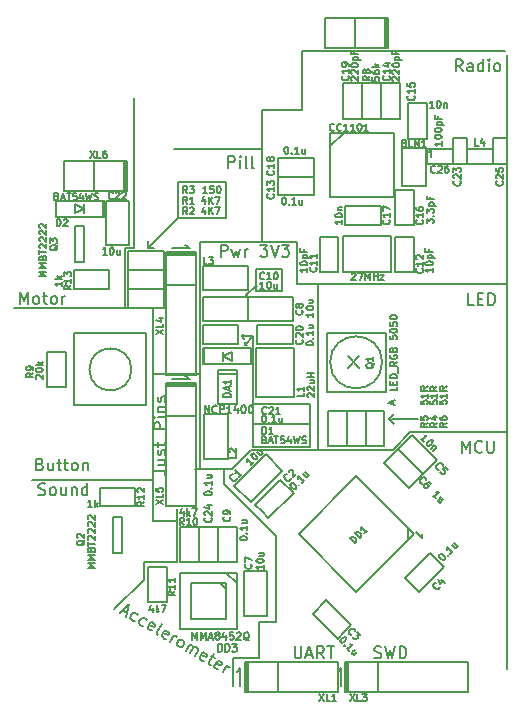
<source format=gto>
G04 #@! TF.FileFunction,Legend,Top*
%FSLAX46Y46*%
G04 Gerber Fmt 4.6, Leading zero omitted, Abs format (unit mm)*
G04 Created by KiCad (PCBNEW (after 2015-mar-04 BZR unknown)-product) date 12.05.2015 11:57:38*
%MOMM*%
G01*
G04 APERTURE LIST*
%ADD10C,0.100000*%
%ADD11C,0.200000*%
%ADD12C,0.150000*%
%ADD13C,0.149860*%
%ADD14C,0.127000*%
G04 APERTURE END LIST*
D10*
D11*
X142942857Y-90652381D02*
X142942857Y-89652381D01*
X143276191Y-90366667D01*
X143609524Y-89652381D01*
X143609524Y-90652381D01*
X144657143Y-90557143D02*
X144609524Y-90604762D01*
X144466667Y-90652381D01*
X144371429Y-90652381D01*
X144228571Y-90604762D01*
X144133333Y-90509524D01*
X144085714Y-90414286D01*
X144038095Y-90223810D01*
X144038095Y-90080952D01*
X144085714Y-89890476D01*
X144133333Y-89795238D01*
X144228571Y-89700000D01*
X144371429Y-89652381D01*
X144466667Y-89652381D01*
X144609524Y-89700000D01*
X144657143Y-89747619D01*
X145085714Y-89652381D02*
X145085714Y-90461905D01*
X145133333Y-90557143D01*
X145180952Y-90604762D01*
X145276190Y-90652381D01*
X145466667Y-90652381D01*
X145561905Y-90604762D01*
X145609524Y-90557143D01*
X145657143Y-90461905D01*
X145657143Y-89652381D01*
X116000000Y-101400000D02*
X113500000Y-103900000D01*
X116000000Y-99900000D02*
X116000000Y-101400000D01*
X118800000Y-99900000D02*
X116000000Y-99900000D01*
X118800000Y-99600000D02*
X118800000Y-99900000D01*
X115200000Y-62800000D02*
X115200000Y-60600000D01*
X126000000Y-64900000D02*
X118600000Y-64900000D01*
X118200000Y-84000000D02*
X120800000Y-84000000D01*
X116400000Y-73300000D02*
X116900000Y-73300000D01*
X116400000Y-73300000D02*
X116400000Y-72700000D01*
X118900000Y-70800000D02*
X116400000Y-73300000D01*
X118900000Y-70800000D02*
X118900000Y-67700000D01*
X123000000Y-70800000D02*
X118900000Y-70800000D01*
X123000000Y-67700000D02*
X123000000Y-70800000D01*
X118900000Y-67700000D02*
X123000000Y-67700000D01*
X114400000Y-73300000D02*
X114400000Y-78400000D01*
X115200000Y-73300000D02*
X114400000Y-73300000D01*
X115200000Y-71800000D02*
X115200000Y-73300000D01*
X120800000Y-92000000D02*
X120400000Y-92000000D01*
X127200000Y-105000000D02*
X125800000Y-105000000D01*
X127200000Y-97700000D02*
X127200000Y-105000000D01*
X122800000Y-93300000D02*
X127200000Y-97700000D01*
X122800000Y-92000000D02*
X122800000Y-93300000D01*
X124700000Y-77300000D02*
X124800000Y-77300000D01*
X124700000Y-77200000D02*
X124700000Y-77300000D01*
X124700000Y-77300000D02*
X124700000Y-77200000D01*
X125500000Y-76500000D02*
X125600000Y-76500000D01*
X125500000Y-77000000D02*
X125500000Y-76500000D01*
X127700000Y-77000000D02*
X125500000Y-77000000D01*
X127700000Y-75100000D02*
X127700000Y-77000000D01*
X125500000Y-75100000D02*
X127700000Y-75100000D01*
X125500000Y-76500000D02*
X125500000Y-75100000D01*
X124700000Y-77300000D02*
X125500000Y-76500000D01*
X137100000Y-90400000D02*
X137200000Y-90300000D01*
X125100000Y-90400000D02*
X137100000Y-90400000D01*
X125000000Y-90500000D02*
X125100000Y-90400000D01*
X123500000Y-92000000D02*
X125000000Y-90500000D01*
X120800000Y-92000000D02*
X123500000Y-92000000D01*
X120800000Y-86700000D02*
X120800000Y-92000000D01*
X124600000Y-81500000D02*
X124800000Y-81500000D01*
X124600000Y-81500000D02*
X124600000Y-81300000D01*
X124300000Y-80800000D02*
X124500000Y-81000000D01*
X124300000Y-80800000D02*
X124500000Y-80600000D01*
X125300000Y-88200000D02*
X130100000Y-88200000D01*
X125300000Y-90200000D02*
X125300000Y-87200000D01*
X130100000Y-90200000D02*
X125300000Y-90200000D01*
X130100000Y-86500000D02*
X130100000Y-90200000D01*
X125300000Y-86500000D02*
X130100000Y-86500000D01*
X125300000Y-80800000D02*
X125300000Y-87200000D01*
X125300000Y-80800000D02*
X124600000Y-81500000D01*
X124300000Y-80800000D02*
X125300000Y-80800000D01*
X120800000Y-72800000D02*
X129000000Y-72800000D01*
X138600000Y-88900000D02*
X146700000Y-88900000D01*
X137200000Y-90300000D02*
X138600000Y-88900000D01*
X130800000Y-86800000D02*
X130800000Y-90300000D01*
X146600000Y-76400000D02*
X146800000Y-76400000D01*
X131600000Y-76400000D02*
X146600000Y-76400000D01*
X114000000Y-78400000D02*
X116800000Y-78400000D01*
X114000000Y-78400000D02*
X105000000Y-78400000D01*
X146600000Y-56600000D02*
X146000000Y-56600000D01*
X128804762Y-107052381D02*
X128804762Y-107861905D01*
X128852381Y-107957143D01*
X128900000Y-108004762D01*
X128995238Y-108052381D01*
X129185715Y-108052381D01*
X129280953Y-108004762D01*
X129328572Y-107957143D01*
X129376191Y-107861905D01*
X129376191Y-107052381D01*
X129804762Y-107766667D02*
X130280953Y-107766667D01*
X129709524Y-108052381D02*
X130042857Y-107052381D01*
X130376191Y-108052381D01*
X131280953Y-108052381D02*
X130947619Y-107576190D01*
X130709524Y-108052381D02*
X130709524Y-107052381D01*
X131090477Y-107052381D01*
X131185715Y-107100000D01*
X131233334Y-107147619D01*
X131280953Y-107242857D01*
X131280953Y-107385714D01*
X131233334Y-107480952D01*
X131185715Y-107528571D01*
X131090477Y-107576190D01*
X130709524Y-107576190D01*
X131566667Y-107052381D02*
X132138096Y-107052381D01*
X131852381Y-108052381D02*
X131852381Y-107052381D01*
X135542857Y-108004762D02*
X135685714Y-108052381D01*
X135923810Y-108052381D01*
X136019048Y-108004762D01*
X136066667Y-107957143D01*
X136114286Y-107861905D01*
X136114286Y-107766667D01*
X136066667Y-107671429D01*
X136019048Y-107623810D01*
X135923810Y-107576190D01*
X135733333Y-107528571D01*
X135638095Y-107480952D01*
X135590476Y-107433333D01*
X135542857Y-107338095D01*
X135542857Y-107242857D01*
X135590476Y-107147619D01*
X135638095Y-107100000D01*
X135733333Y-107052381D01*
X135971429Y-107052381D01*
X136114286Y-107100000D01*
X136447619Y-107052381D02*
X136685714Y-108052381D01*
X136876191Y-107338095D01*
X137066667Y-108052381D01*
X137304762Y-107052381D01*
X137685714Y-108052381D02*
X137685714Y-107052381D01*
X137923809Y-107052381D01*
X138066667Y-107100000D01*
X138161905Y-107195238D01*
X138209524Y-107290476D01*
X138257143Y-107480952D01*
X138257143Y-107623810D01*
X138209524Y-107814286D01*
X138161905Y-107909524D01*
X138066667Y-108004762D01*
X137923809Y-108052381D01*
X137685714Y-108052381D01*
X114204060Y-103996718D02*
X114616454Y-104234814D01*
X113978725Y-104196535D02*
X114767399Y-103497176D01*
X114556075Y-104529868D01*
X115239714Y-104869582D02*
X115133426Y-104863202D01*
X114968468Y-104767963D01*
X114909799Y-104679105D01*
X114892369Y-104614056D01*
X114898749Y-104507768D01*
X115041606Y-104260332D01*
X115130464Y-104201663D01*
X115195513Y-104184233D01*
X115301801Y-104190613D01*
X115466759Y-104285851D01*
X115525428Y-104374710D01*
X115982021Y-105298153D02*
X115875733Y-105291773D01*
X115710775Y-105196535D01*
X115652106Y-105107677D01*
X115634677Y-105042628D01*
X115641056Y-104936340D01*
X115783914Y-104688903D01*
X115872772Y-104630234D01*
X115937821Y-104612805D01*
X116044109Y-104619184D01*
X116209067Y-104714423D01*
X116267736Y-104803281D01*
X116683090Y-105702915D02*
X116576802Y-105696535D01*
X116411844Y-105601297D01*
X116353175Y-105512439D01*
X116359554Y-105406151D01*
X116550031Y-105076236D01*
X116638889Y-105017567D01*
X116745177Y-105023946D01*
X116910135Y-105119185D01*
X116968804Y-105208043D01*
X116962424Y-105314331D01*
X116914805Y-105396811D01*
X116454792Y-105241194D01*
X117195391Y-106053678D02*
X117136722Y-105964820D01*
X117143101Y-105858532D01*
X117571673Y-105116224D01*
X117879030Y-106393392D02*
X117772742Y-106387012D01*
X117607784Y-106291773D01*
X117549115Y-106202915D01*
X117555495Y-106096627D01*
X117745971Y-105766712D01*
X117834830Y-105708043D01*
X117941118Y-105714423D01*
X118106076Y-105809661D01*
X118164745Y-105898520D01*
X118158365Y-106004808D01*
X118110745Y-106087287D01*
X117650733Y-105931670D01*
X118267613Y-106672726D02*
X118600947Y-106095375D01*
X118505709Y-106260332D02*
X118594567Y-106201663D01*
X118659616Y-106184234D01*
X118765904Y-106190613D01*
X118848383Y-106238233D01*
X118927442Y-107053678D02*
X118868773Y-106964820D01*
X118851343Y-106899771D01*
X118857723Y-106793483D01*
X119000581Y-106546047D01*
X119089439Y-106487378D01*
X119154488Y-106469948D01*
X119260776Y-106476328D01*
X119384494Y-106547757D01*
X119443163Y-106636615D01*
X119460593Y-106701664D01*
X119454213Y-106807952D01*
X119311356Y-107055388D01*
X119222498Y-107114057D01*
X119157449Y-107131487D01*
X119051161Y-107125107D01*
X118927442Y-107053678D01*
X119587271Y-107434631D02*
X119920605Y-106857280D01*
X119872986Y-106939759D02*
X119938035Y-106922329D01*
X120044323Y-106928709D01*
X120168041Y-107000138D01*
X120226710Y-107088996D01*
X120220331Y-107195284D01*
X119958426Y-107648917D01*
X120220331Y-107195284D02*
X120309189Y-107136615D01*
X120415477Y-107142995D01*
X120539195Y-107214423D01*
X120597864Y-107303282D01*
X120591484Y-107409570D01*
X120329579Y-107863202D01*
X121095696Y-108250535D02*
X120989408Y-108244155D01*
X120824450Y-108148916D01*
X120765781Y-108060058D01*
X120772161Y-107953770D01*
X120962637Y-107623855D01*
X121051496Y-107565186D01*
X121157784Y-107571566D01*
X121322742Y-107666804D01*
X121381411Y-107755663D01*
X121375031Y-107861951D01*
X121327411Y-107944430D01*
X120867399Y-107788813D01*
X121693895Y-107881090D02*
X122023809Y-108071566D01*
X121984279Y-107663844D02*
X121555708Y-108406151D01*
X121549328Y-108512439D01*
X121607997Y-108601297D01*
X121690476Y-108648916D01*
X122332876Y-108964821D02*
X122226588Y-108958441D01*
X122061630Y-108863202D01*
X122002961Y-108774344D01*
X122009340Y-108668056D01*
X122199817Y-108338141D01*
X122288675Y-108279472D01*
X122394963Y-108285852D01*
X122559921Y-108381090D01*
X122618590Y-108469949D01*
X122612210Y-108576237D01*
X122564591Y-108658716D01*
X122104578Y-108503099D01*
X122721459Y-109244155D02*
X123054792Y-108666804D01*
X122959554Y-108831761D02*
X123048413Y-108773092D01*
X123113461Y-108755663D01*
X123219749Y-108762042D01*
X123302229Y-108809662D01*
X123600000Y-108000000D02*
X123600000Y-110400000D01*
X125800000Y-108000000D02*
X123600000Y-108000000D01*
X125800000Y-105000000D02*
X125800000Y-108000000D01*
X118800000Y-96400000D02*
X118800000Y-95400000D01*
X118200000Y-84000000D02*
X116800000Y-84000000D01*
X116800000Y-93000000D02*
X106600000Y-93000000D01*
X116800000Y-96400000D02*
X118800000Y-96400000D01*
X116800000Y-80400000D02*
X116800000Y-96400000D01*
X107242857Y-91628571D02*
X107385714Y-91676190D01*
X107433333Y-91723810D01*
X107480952Y-91819048D01*
X107480952Y-91961905D01*
X107433333Y-92057143D01*
X107385714Y-92104762D01*
X107290476Y-92152381D01*
X106909523Y-92152381D01*
X106909523Y-91152381D01*
X107242857Y-91152381D01*
X107338095Y-91200000D01*
X107385714Y-91247619D01*
X107433333Y-91342857D01*
X107433333Y-91438095D01*
X107385714Y-91533333D01*
X107338095Y-91580952D01*
X107242857Y-91628571D01*
X106909523Y-91628571D01*
X108338095Y-91485714D02*
X108338095Y-92152381D01*
X107909523Y-91485714D02*
X107909523Y-92009524D01*
X107957142Y-92104762D01*
X108052380Y-92152381D01*
X108195238Y-92152381D01*
X108290476Y-92104762D01*
X108338095Y-92057143D01*
X108671428Y-91485714D02*
X109052380Y-91485714D01*
X108814285Y-91152381D02*
X108814285Y-92009524D01*
X108861904Y-92104762D01*
X108957142Y-92152381D01*
X109052380Y-92152381D01*
X109242857Y-91485714D02*
X109623809Y-91485714D01*
X109385714Y-91152381D02*
X109385714Y-92009524D01*
X109433333Y-92104762D01*
X109528571Y-92152381D01*
X109623809Y-92152381D01*
X110100000Y-92152381D02*
X110004762Y-92104762D01*
X109957143Y-92057143D01*
X109909524Y-91961905D01*
X109909524Y-91676190D01*
X109957143Y-91580952D01*
X110004762Y-91533333D01*
X110100000Y-91485714D01*
X110242858Y-91485714D01*
X110338096Y-91533333D01*
X110385715Y-91580952D01*
X110433334Y-91676190D01*
X110433334Y-91961905D01*
X110385715Y-92057143D01*
X110338096Y-92104762D01*
X110242858Y-92152381D01*
X110100000Y-92152381D01*
X110861905Y-91485714D02*
X110861905Y-92152381D01*
X110861905Y-91580952D02*
X110909524Y-91533333D01*
X111004762Y-91485714D01*
X111147620Y-91485714D01*
X111242858Y-91533333D01*
X111290477Y-91628571D01*
X111290477Y-92152381D01*
X118800000Y-96400000D02*
X118800000Y-99600000D01*
X107104762Y-94204762D02*
X107247619Y-94252381D01*
X107485715Y-94252381D01*
X107580953Y-94204762D01*
X107628572Y-94157143D01*
X107676191Y-94061905D01*
X107676191Y-93966667D01*
X107628572Y-93871429D01*
X107580953Y-93823810D01*
X107485715Y-93776190D01*
X107295238Y-93728571D01*
X107200000Y-93680952D01*
X107152381Y-93633333D01*
X107104762Y-93538095D01*
X107104762Y-93442857D01*
X107152381Y-93347619D01*
X107200000Y-93300000D01*
X107295238Y-93252381D01*
X107533334Y-93252381D01*
X107676191Y-93300000D01*
X108247619Y-94252381D02*
X108152381Y-94204762D01*
X108104762Y-94157143D01*
X108057143Y-94061905D01*
X108057143Y-93776190D01*
X108104762Y-93680952D01*
X108152381Y-93633333D01*
X108247619Y-93585714D01*
X108390477Y-93585714D01*
X108485715Y-93633333D01*
X108533334Y-93680952D01*
X108580953Y-93776190D01*
X108580953Y-94061905D01*
X108533334Y-94157143D01*
X108485715Y-94204762D01*
X108390477Y-94252381D01*
X108247619Y-94252381D01*
X109438096Y-93585714D02*
X109438096Y-94252381D01*
X109009524Y-93585714D02*
X109009524Y-94109524D01*
X109057143Y-94204762D01*
X109152381Y-94252381D01*
X109295239Y-94252381D01*
X109390477Y-94204762D01*
X109438096Y-94157143D01*
X109914286Y-93585714D02*
X109914286Y-94252381D01*
X109914286Y-93680952D02*
X109961905Y-93633333D01*
X110057143Y-93585714D01*
X110200001Y-93585714D01*
X110295239Y-93633333D01*
X110342858Y-93728571D01*
X110342858Y-94252381D01*
X111247620Y-94252381D02*
X111247620Y-93252381D01*
X111247620Y-94204762D02*
X111152382Y-94252381D01*
X110961905Y-94252381D01*
X110866667Y-94204762D01*
X110819048Y-94157143D01*
X110771429Y-94061905D01*
X110771429Y-93776190D01*
X110819048Y-93680952D01*
X110866667Y-93633333D01*
X110961905Y-93585714D01*
X111152382Y-93585714D01*
X111247620Y-93633333D01*
X105566666Y-78052381D02*
X105566666Y-77052381D01*
X105900000Y-77766667D01*
X106233333Y-77052381D01*
X106233333Y-78052381D01*
X106852380Y-78052381D02*
X106757142Y-78004762D01*
X106709523Y-77957143D01*
X106661904Y-77861905D01*
X106661904Y-77576190D01*
X106709523Y-77480952D01*
X106757142Y-77433333D01*
X106852380Y-77385714D01*
X106995238Y-77385714D01*
X107090476Y-77433333D01*
X107138095Y-77480952D01*
X107185714Y-77576190D01*
X107185714Y-77861905D01*
X107138095Y-77957143D01*
X107090476Y-78004762D01*
X106995238Y-78052381D01*
X106852380Y-78052381D01*
X107471428Y-77385714D02*
X107852380Y-77385714D01*
X107614285Y-77052381D02*
X107614285Y-77909524D01*
X107661904Y-78004762D01*
X107757142Y-78052381D01*
X107852380Y-78052381D01*
X108328571Y-78052381D02*
X108233333Y-78004762D01*
X108185714Y-77957143D01*
X108138095Y-77861905D01*
X108138095Y-77576190D01*
X108185714Y-77480952D01*
X108233333Y-77433333D01*
X108328571Y-77385714D01*
X108471429Y-77385714D01*
X108566667Y-77433333D01*
X108614286Y-77480952D01*
X108661905Y-77576190D01*
X108661905Y-77861905D01*
X108614286Y-77957143D01*
X108566667Y-78004762D01*
X108471429Y-78052381D01*
X108328571Y-78052381D01*
X109090476Y-78052381D02*
X109090476Y-77385714D01*
X109090476Y-77576190D02*
X109138095Y-77480952D01*
X109185714Y-77433333D01*
X109280952Y-77385714D01*
X109376191Y-77385714D01*
X115200000Y-71800000D02*
X115200000Y-62600000D01*
X116852381Y-92176190D02*
X117566667Y-92176190D01*
X117709524Y-92223810D01*
X117804762Y-92319048D01*
X117852381Y-92461905D01*
X117852381Y-92557143D01*
X117185714Y-91271428D02*
X117852381Y-91271428D01*
X117185714Y-91700000D02*
X117709524Y-91700000D01*
X117804762Y-91652381D01*
X117852381Y-91557143D01*
X117852381Y-91414285D01*
X117804762Y-91319047D01*
X117757143Y-91271428D01*
X117804762Y-90842857D02*
X117852381Y-90747619D01*
X117852381Y-90557143D01*
X117804762Y-90461904D01*
X117709524Y-90414285D01*
X117661905Y-90414285D01*
X117566667Y-90461904D01*
X117519048Y-90557143D01*
X117519048Y-90700000D01*
X117471429Y-90795238D01*
X117376190Y-90842857D01*
X117328571Y-90842857D01*
X117233333Y-90795238D01*
X117185714Y-90700000D01*
X117185714Y-90557143D01*
X117233333Y-90461904D01*
X117185714Y-90128571D02*
X117185714Y-89747619D01*
X116852381Y-89985714D02*
X117709524Y-89985714D01*
X117804762Y-89938095D01*
X117852381Y-89842857D01*
X117852381Y-89747619D01*
X117852381Y-88652380D02*
X116852381Y-88652380D01*
X116852381Y-88271427D01*
X116900000Y-88176189D01*
X116947619Y-88128570D01*
X117042857Y-88080951D01*
X117185714Y-88080951D01*
X117280952Y-88128570D01*
X117328571Y-88176189D01*
X117376190Y-88271427D01*
X117376190Y-88652380D01*
X117852381Y-87652380D02*
X117185714Y-87652380D01*
X116852381Y-87652380D02*
X116900000Y-87699999D01*
X116947619Y-87652380D01*
X116900000Y-87604761D01*
X116852381Y-87652380D01*
X116947619Y-87652380D01*
X117185714Y-87176190D02*
X117852381Y-87176190D01*
X117280952Y-87176190D02*
X117233333Y-87128571D01*
X117185714Y-87033333D01*
X117185714Y-86890475D01*
X117233333Y-86795237D01*
X117328571Y-86747618D01*
X117852381Y-86747618D01*
X117804762Y-86319047D02*
X117852381Y-86223809D01*
X117852381Y-86033333D01*
X117804762Y-85938094D01*
X117709524Y-85890475D01*
X117661905Y-85890475D01*
X117566667Y-85938094D01*
X117519048Y-86033333D01*
X117519048Y-86176190D01*
X117471429Y-86271428D01*
X117376190Y-86319047D01*
X117328571Y-86319047D01*
X117233333Y-86271428D01*
X117185714Y-86176190D01*
X117185714Y-86033333D01*
X117233333Y-85938094D01*
X123176190Y-66552381D02*
X123176190Y-65552381D01*
X123557143Y-65552381D01*
X123652381Y-65600000D01*
X123700000Y-65647619D01*
X123747619Y-65742857D01*
X123747619Y-65885714D01*
X123700000Y-65980952D01*
X123652381Y-66028571D01*
X123557143Y-66076190D01*
X123176190Y-66076190D01*
X124176190Y-66552381D02*
X124176190Y-65885714D01*
X124176190Y-65552381D02*
X124128571Y-65600000D01*
X124176190Y-65647619D01*
X124223809Y-65600000D01*
X124176190Y-65552381D01*
X124176190Y-65647619D01*
X124795237Y-66552381D02*
X124699999Y-66504762D01*
X124652380Y-66409524D01*
X124652380Y-65552381D01*
X125319047Y-66552381D02*
X125223809Y-66504762D01*
X125176190Y-66409524D01*
X125176190Y-65552381D01*
X116800000Y-80400000D02*
X116800000Y-78400000D01*
X122542857Y-74052381D02*
X122542857Y-73052381D01*
X122923810Y-73052381D01*
X123019048Y-73100000D01*
X123066667Y-73147619D01*
X123114286Y-73242857D01*
X123114286Y-73385714D01*
X123066667Y-73480952D01*
X123019048Y-73528571D01*
X122923810Y-73576190D01*
X122542857Y-73576190D01*
X123447619Y-73385714D02*
X123638095Y-74052381D01*
X123828572Y-73576190D01*
X124019048Y-74052381D01*
X124209524Y-73385714D01*
X124590476Y-74052381D02*
X124590476Y-73385714D01*
X124590476Y-73576190D02*
X124638095Y-73480952D01*
X124685714Y-73433333D01*
X124780952Y-73385714D01*
X124876191Y-73385714D01*
X125876191Y-73052381D02*
X126495239Y-73052381D01*
X126161905Y-73433333D01*
X126304763Y-73433333D01*
X126400001Y-73480952D01*
X126447620Y-73528571D01*
X126495239Y-73623810D01*
X126495239Y-73861905D01*
X126447620Y-73957143D01*
X126400001Y-74004762D01*
X126304763Y-74052381D01*
X126019048Y-74052381D01*
X125923810Y-74004762D01*
X125876191Y-73957143D01*
X126780953Y-73052381D02*
X127114286Y-74052381D01*
X127447620Y-73052381D01*
X127685715Y-73052381D02*
X128304763Y-73052381D01*
X127971429Y-73433333D01*
X128114287Y-73433333D01*
X128209525Y-73480952D01*
X128257144Y-73528571D01*
X128304763Y-73623810D01*
X128304763Y-73861905D01*
X128257144Y-73957143D01*
X128209525Y-74004762D01*
X128114287Y-74052381D01*
X127828572Y-74052381D01*
X127733334Y-74004762D01*
X127685715Y-73957143D01*
X120800000Y-72800000D02*
X120800000Y-86800000D01*
X129000000Y-72800000D02*
X129000000Y-76200000D01*
X126000000Y-70200000D02*
X126000000Y-72800000D01*
X143014286Y-58352381D02*
X142680952Y-57876190D01*
X142442857Y-58352381D02*
X142442857Y-57352381D01*
X142823810Y-57352381D01*
X142919048Y-57400000D01*
X142966667Y-57447619D01*
X143014286Y-57542857D01*
X143014286Y-57685714D01*
X142966667Y-57780952D01*
X142919048Y-57828571D01*
X142823810Y-57876190D01*
X142442857Y-57876190D01*
X143871429Y-58352381D02*
X143871429Y-57828571D01*
X143823810Y-57733333D01*
X143728572Y-57685714D01*
X143538095Y-57685714D01*
X143442857Y-57733333D01*
X143871429Y-58304762D02*
X143776191Y-58352381D01*
X143538095Y-58352381D01*
X143442857Y-58304762D01*
X143395238Y-58209524D01*
X143395238Y-58114286D01*
X143442857Y-58019048D01*
X143538095Y-57971429D01*
X143776191Y-57971429D01*
X143871429Y-57923810D01*
X144776191Y-58352381D02*
X144776191Y-57352381D01*
X144776191Y-58304762D02*
X144680953Y-58352381D01*
X144490476Y-58352381D01*
X144395238Y-58304762D01*
X144347619Y-58257143D01*
X144300000Y-58161905D01*
X144300000Y-57876190D01*
X144347619Y-57780952D01*
X144395238Y-57733333D01*
X144490476Y-57685714D01*
X144680953Y-57685714D01*
X144776191Y-57733333D01*
X145252381Y-58352381D02*
X145252381Y-57685714D01*
X145252381Y-57352381D02*
X145204762Y-57400000D01*
X145252381Y-57447619D01*
X145300000Y-57400000D01*
X145252381Y-57352381D01*
X145252381Y-57447619D01*
X145871428Y-58352381D02*
X145776190Y-58304762D01*
X145728571Y-58257143D01*
X145680952Y-58161905D01*
X145680952Y-57876190D01*
X145728571Y-57780952D01*
X145776190Y-57733333D01*
X145871428Y-57685714D01*
X146014286Y-57685714D01*
X146109524Y-57733333D01*
X146157143Y-57780952D01*
X146204762Y-57876190D01*
X146204762Y-58161905D01*
X146157143Y-58257143D01*
X146109524Y-58304762D01*
X146014286Y-58352381D01*
X145871428Y-58352381D01*
X129400000Y-56600000D02*
X146000000Y-56600000D01*
X129400000Y-61600000D02*
X129400000Y-56600000D01*
X126000000Y-61600000D02*
X129400000Y-61600000D01*
X126000000Y-70200000D02*
X126000000Y-61600000D01*
X129000000Y-76400000D02*
X129000000Y-76200000D01*
X130800000Y-76400000D02*
X129000000Y-76400000D01*
X136800000Y-87800000D02*
X137200000Y-88200000D01*
X136800000Y-87800000D02*
X137200000Y-87400000D01*
X139200000Y-87800000D02*
X137000000Y-87800000D01*
X143957143Y-78152381D02*
X143480952Y-78152381D01*
X143480952Y-77152381D01*
X144290476Y-77628571D02*
X144623810Y-77628571D01*
X144766667Y-78152381D02*
X144290476Y-78152381D01*
X144290476Y-77152381D01*
X144766667Y-77152381D01*
X145195238Y-78152381D02*
X145195238Y-77152381D01*
X145433333Y-77152381D01*
X145576191Y-77200000D01*
X145671429Y-77295238D01*
X145719048Y-77390476D01*
X145766667Y-77580952D01*
X145766667Y-77723810D01*
X145719048Y-77914286D01*
X145671429Y-78009524D01*
X145576191Y-78104762D01*
X145433333Y-78152381D01*
X145195238Y-78152381D01*
X130800000Y-76400000D02*
X131600000Y-76400000D01*
X130800000Y-86800000D02*
X130800000Y-76400000D01*
D12*
X137852000Y-64868700D02*
X139952000Y-64868700D01*
X139952000Y-64868700D02*
X139952000Y-68068700D01*
X139952000Y-68068700D02*
X137852000Y-68068700D01*
X137852000Y-68068700D02*
X137852000Y-64868700D01*
X140152000Y-65218700D02*
X140352000Y-65018700D01*
X140352000Y-65018700D02*
X140352000Y-65618700D01*
X121131000Y-81763000D02*
X121031000Y-81763000D01*
X121031000Y-81763000D02*
X121031000Y-83163000D01*
X121031000Y-83163000D02*
X121131000Y-83163000D01*
X121131000Y-81763000D02*
X125131000Y-81763000D01*
X125131000Y-81763000D02*
X125131000Y-83163000D01*
X125131000Y-83163000D02*
X121131000Y-83163000D01*
X121131000Y-83163000D02*
X121131000Y-81763000D01*
X122750000Y-82844000D02*
X122750000Y-82082000D01*
X123512000Y-82463000D02*
X123512000Y-82082000D01*
X123512000Y-82082000D02*
X122750000Y-82463000D01*
X122750000Y-82463000D02*
X123512000Y-82844000D01*
X123512000Y-82844000D02*
X123512000Y-82463000D01*
X112600000Y-70700000D02*
X112700000Y-70700000D01*
X112700000Y-70700000D02*
X112700000Y-69300000D01*
X112700000Y-69300000D02*
X112600000Y-69300000D01*
X112600000Y-70700000D02*
X108600000Y-70700000D01*
X108600000Y-70700000D02*
X108600000Y-69300000D01*
X108600000Y-69300000D02*
X112600000Y-69300000D01*
X112600000Y-69300000D02*
X112600000Y-70700000D01*
X110981000Y-69619000D02*
X110981000Y-70381000D01*
X110219000Y-70000000D02*
X110219000Y-70381000D01*
X110219000Y-70381000D02*
X110981000Y-70000000D01*
X110981000Y-70000000D02*
X110219000Y-69619000D01*
X110219000Y-69619000D02*
X110219000Y-70000000D01*
X122331000Y-83963000D02*
X123931000Y-83963000D01*
D13*
X122330900Y-83612660D02*
X123931100Y-83612660D01*
X123931100Y-83612660D02*
X123931100Y-86513340D01*
X123931100Y-86513340D02*
X122330900Y-86513340D01*
X122330900Y-86513340D02*
X122330900Y-83612660D01*
D12*
X139552788Y-97567155D02*
X139588144Y-97885353D01*
X139588144Y-97885353D02*
X139057813Y-97355023D01*
X138386062Y-97036825D02*
X138386062Y-98026775D01*
X136441518Y-99971318D02*
X134002000Y-102410837D01*
X134002000Y-102410837D02*
X129122963Y-97531800D01*
X129122963Y-97531800D02*
X134002000Y-92652763D01*
X134002000Y-92652763D02*
X138881037Y-97531800D01*
X138881037Y-97531800D02*
X136441518Y-99971318D01*
X131802000Y-64718700D02*
X132952000Y-63568700D01*
X137202000Y-63568700D02*
X137202000Y-68968700D01*
X137202000Y-68968700D02*
X131802000Y-68968700D01*
X131802000Y-68968700D02*
X131802000Y-63568700D01*
X131802000Y-63568700D02*
X137202000Y-63568700D01*
D13*
X136199640Y-83000000D02*
G75*
G03X136199640Y-83000000I-2199640J0D01*
G01*
X131500640Y-80500640D02*
X136499360Y-80500640D01*
X136499360Y-80500640D02*
X136499360Y-85499360D01*
X136499360Y-85499360D02*
X131500640Y-85499360D01*
X131500640Y-85499360D02*
X131500640Y-80500640D01*
D14*
X113419000Y-99124000D02*
X113419000Y-96076000D01*
X113419000Y-96076000D02*
X114181000Y-96076000D01*
X114181000Y-96076000D02*
X114181000Y-99124000D01*
X114181000Y-99124000D02*
X113419000Y-99124000D01*
X110981000Y-71476000D02*
X110981000Y-74524000D01*
X110981000Y-74524000D02*
X110219000Y-74524000D01*
X110219000Y-74524000D02*
X110219000Y-71476000D01*
X110219000Y-71476000D02*
X110981000Y-71476000D01*
D12*
X124830000Y-110870000D02*
X132450000Y-110870000D01*
X124830000Y-108330000D02*
X132450000Y-108330000D01*
X124195000Y-110362000D02*
X124195000Y-108838000D01*
X124195000Y-108838000D02*
X123941000Y-109219000D01*
X124830000Y-110870000D02*
X124576000Y-110870000D01*
X124576000Y-110870000D02*
X124576000Y-108330000D01*
X124576000Y-108330000D02*
X124830000Y-108330000D01*
X124830000Y-108330000D02*
X124703000Y-108330000D01*
X124703000Y-108330000D02*
X124703000Y-110870000D01*
X127370000Y-108330000D02*
X127370000Y-110870000D01*
X132450000Y-108330000D02*
X132450000Y-110870000D01*
X124830000Y-110870000D02*
X124830000Y-108330000D01*
X133930000Y-53830000D02*
X133930000Y-56370000D01*
X136724000Y-53830000D02*
X131390000Y-53830000D01*
X131390000Y-53830000D02*
X131390000Y-56370000D01*
X131390000Y-56370000D02*
X136724000Y-56370000D01*
X136724000Y-56370000D02*
X136724000Y-53830000D01*
X136724000Y-53830000D02*
X136597000Y-53830000D01*
X136597000Y-53830000D02*
X136597000Y-56370000D01*
X136597000Y-56370000D02*
X136470000Y-56370000D01*
X136470000Y-56370000D02*
X136470000Y-53830000D01*
X132695000Y-110362000D02*
X132695000Y-108838000D01*
X132695000Y-108838000D02*
X132441000Y-109219000D01*
X133330000Y-110870000D02*
X133076000Y-110870000D01*
X133076000Y-110870000D02*
X133076000Y-108330000D01*
X133076000Y-108330000D02*
X133330000Y-108330000D01*
X133330000Y-108330000D02*
X133203000Y-108330000D01*
X133203000Y-108330000D02*
X133203000Y-110870000D01*
X135870000Y-108330000D02*
X135870000Y-110870000D01*
X133330000Y-108330000D02*
X143490000Y-108330000D01*
X143490000Y-108330000D02*
X143490000Y-110870000D01*
X143490000Y-110870000D02*
X133330000Y-110870000D01*
X133330000Y-110870000D02*
X133330000Y-108330000D01*
X118384000Y-73309200D02*
X119908000Y-73309200D01*
X119908000Y-73309200D02*
X119527000Y-73055200D01*
X117876000Y-73944200D02*
X117876000Y-73690200D01*
X117876000Y-73690200D02*
X120416000Y-73690200D01*
X120416000Y-73690200D02*
X120416000Y-73944200D01*
X120416000Y-73944200D02*
X120416000Y-73817200D01*
X120416000Y-73817200D02*
X117876000Y-73817200D01*
X120416000Y-76484200D02*
X117876000Y-76484200D01*
X120416000Y-73944200D02*
X120416000Y-84104200D01*
X120416000Y-84104200D02*
X117876000Y-84104200D01*
X117876000Y-84104200D02*
X117876000Y-73944200D01*
X117876000Y-73944200D02*
X120416000Y-73944200D01*
X118384000Y-84396100D02*
X119908000Y-84396100D01*
X119908000Y-84396100D02*
X119527000Y-84142100D01*
X117876000Y-85031100D02*
X117876000Y-84777100D01*
X117876000Y-84777100D02*
X120416000Y-84777100D01*
X120416000Y-84777100D02*
X120416000Y-85031100D01*
X120416000Y-85031100D02*
X120416000Y-84904100D01*
X120416000Y-84904100D02*
X117876000Y-84904100D01*
X120416000Y-87571100D02*
X117876000Y-87571100D01*
X120416000Y-85031100D02*
X120416000Y-95191100D01*
X120416000Y-95191100D02*
X117876000Y-95191100D01*
X117876000Y-95191100D02*
X117876000Y-85031100D01*
X117876000Y-85031100D02*
X120416000Y-85031100D01*
X109276000Y-65930000D02*
X114356000Y-65930000D01*
X109276000Y-68470000D02*
X114356000Y-68470000D01*
X114483000Y-65930000D02*
X114356000Y-65930000D01*
X114356000Y-68470000D02*
X114610000Y-68470000D01*
X114610000Y-68470000D02*
X114610000Y-65930000D01*
X114610000Y-65930000D02*
X114483000Y-65930000D01*
X114483000Y-65930000D02*
X114483000Y-68343000D01*
X111816000Y-68470000D02*
X111816000Y-65930000D01*
X109276000Y-68470000D02*
X109276000Y-65930000D01*
X114356000Y-65930000D02*
X114356000Y-68470000D01*
X132870000Y-72344700D02*
X136934000Y-72344700D01*
X136934000Y-72344700D02*
X136934000Y-75392700D01*
X136934000Y-75392700D02*
X132870000Y-75392700D01*
X132870000Y-75392700D02*
X132870000Y-72344700D01*
X114978000Y-83600000D02*
G75*
G03X114978000Y-83600000I-1778000J0D01*
G01*
X116248000Y-80552000D02*
X110152000Y-80552000D01*
X110152000Y-80552000D02*
X110152000Y-86648000D01*
X110152000Y-86648000D02*
X116248000Y-86648000D01*
X116248000Y-86648000D02*
X116248000Y-80552000D01*
X123892000Y-101702400D02*
X122992000Y-100802400D01*
X122992000Y-100802400D02*
X122892000Y-100802400D01*
X123892000Y-103202400D02*
X123892000Y-105602400D01*
X123892000Y-105602400D02*
X119092000Y-105602400D01*
X119092000Y-105602400D02*
X119092000Y-100802400D01*
X119092000Y-100802400D02*
X123892000Y-100802400D01*
X123892000Y-100802400D02*
X123892000Y-103202400D01*
D13*
X122993140Y-102201640D02*
X122492760Y-101701260D01*
X122993140Y-104703540D02*
X119990860Y-104703540D01*
X119990860Y-104703540D02*
X119990860Y-101701260D01*
X119990860Y-101701260D02*
X122993140Y-101701260D01*
X122993140Y-101701260D02*
X122993140Y-104703540D01*
D12*
X117700000Y-76000000D02*
X117700000Y-76800000D01*
X117700000Y-76800000D02*
X114700000Y-76800000D01*
X114700000Y-76800000D02*
X114700000Y-75200000D01*
X114700000Y-75200000D02*
X117700000Y-75200000D01*
X117700000Y-75200000D02*
X117700000Y-76000000D01*
X117700000Y-77600000D02*
X117700000Y-78400000D01*
X117700000Y-78400000D02*
X114700000Y-78400000D01*
X114700000Y-78400000D02*
X114700000Y-76800000D01*
X114700000Y-76800000D02*
X117700000Y-76800000D01*
X117700000Y-76800000D02*
X117700000Y-77600000D01*
X117700000Y-74400000D02*
X117700000Y-75200000D01*
X117700000Y-75200000D02*
X114700000Y-75200000D01*
X114700000Y-75200000D02*
X114700000Y-73600000D01*
X114700000Y-73600000D02*
X117700000Y-73600000D01*
X117700000Y-73600000D02*
X117700000Y-74400000D01*
X134000000Y-90100000D02*
X133200000Y-90100000D01*
X133200000Y-90100000D02*
X133200000Y-87100000D01*
X133200000Y-87100000D02*
X134800000Y-87100000D01*
X134800000Y-87100000D02*
X134800000Y-90100000D01*
X134800000Y-90100000D02*
X134000000Y-90100000D01*
X132400000Y-90100000D02*
X131600000Y-90100000D01*
X131600000Y-90100000D02*
X131600000Y-87100000D01*
X131600000Y-87100000D02*
X133200000Y-87100000D01*
X133200000Y-87100000D02*
X133200000Y-90100000D01*
X133200000Y-90100000D02*
X132400000Y-90100000D01*
X135600000Y-90100000D02*
X134800000Y-90100000D01*
X134800000Y-90100000D02*
X134800000Y-87100000D01*
X134800000Y-87100000D02*
X136400000Y-87100000D01*
X136400000Y-87100000D02*
X136400000Y-90100000D01*
X136400000Y-90100000D02*
X135600000Y-90100000D01*
X135302000Y-62368700D02*
X134502000Y-62368700D01*
X134502000Y-62368700D02*
X134502000Y-59368700D01*
X134502000Y-59368700D02*
X136102000Y-59368700D01*
X136102000Y-59368700D02*
X136102000Y-62368700D01*
X136102000Y-62368700D02*
X135302000Y-62368700D01*
X108600000Y-82100000D02*
X109400000Y-82100000D01*
X109400000Y-82100000D02*
X109400000Y-85100000D01*
X109400000Y-85100000D02*
X107800000Y-85100000D01*
X107800000Y-85100000D02*
X107800000Y-82100000D01*
X107800000Y-82100000D02*
X108600000Y-82100000D01*
X119892000Y-96902400D02*
X120692000Y-96902400D01*
X120692000Y-96902400D02*
X120692000Y-99902400D01*
X120692000Y-99902400D02*
X119092000Y-99902400D01*
X119092000Y-99902400D02*
X119092000Y-96902400D01*
X119092000Y-96902400D02*
X119892000Y-96902400D01*
X117200000Y-103300000D02*
X116400000Y-103300000D01*
X116400000Y-103300000D02*
X116400000Y-100300000D01*
X116400000Y-100300000D02*
X118000000Y-100300000D01*
X118000000Y-100300000D02*
X118000000Y-103300000D01*
X118000000Y-103300000D02*
X117200000Y-103300000D01*
X123649390Y-93436396D02*
X126336396Y-90749390D01*
X126336396Y-90749390D02*
X127750610Y-92163604D01*
X127750610Y-92163604D02*
X125063604Y-94850610D01*
X125063604Y-94850610D02*
X123649390Y-93436396D01*
X126012340Y-95622560D02*
X125446654Y-95056875D01*
X125446654Y-95056875D02*
X127567975Y-92935554D01*
X127567975Y-92935554D02*
X128699346Y-94066925D01*
X128699346Y-94066925D02*
X126578025Y-96188246D01*
X126578025Y-96188246D02*
X126012340Y-95622560D01*
X133000660Y-105834660D02*
X132434975Y-106400346D01*
X132434975Y-106400346D02*
X130313654Y-104279025D01*
X130313654Y-104279025D02*
X131445025Y-103147654D01*
X131445025Y-103147654D02*
X133566346Y-105268975D01*
X133566346Y-105268975D02*
X133000660Y-105834660D01*
X140860660Y-99739340D02*
X141426346Y-100305025D01*
X141426346Y-100305025D02*
X139305025Y-102426346D01*
X139305025Y-102426346D02*
X138173654Y-101294975D01*
X138173654Y-101294975D02*
X140294975Y-99173654D01*
X140294975Y-99173654D02*
X140860660Y-99739340D01*
X138139340Y-89739340D02*
X138705025Y-89173654D01*
X138705025Y-89173654D02*
X140826346Y-91294975D01*
X140826346Y-91294975D02*
X139694975Y-92426346D01*
X139694975Y-92426346D02*
X137573654Y-90305025D01*
X137573654Y-90305025D02*
X138139340Y-89739340D01*
X136939340Y-90939340D02*
X137505025Y-90373654D01*
X137505025Y-90373654D02*
X139626346Y-92494975D01*
X139626346Y-92494975D02*
X138494975Y-93626346D01*
X138494975Y-93626346D02*
X136373654Y-91505025D01*
X136373654Y-91505025D02*
X136939340Y-90939340D01*
X124492000Y-104502400D02*
X124492000Y-100702400D01*
X124492000Y-100702400D02*
X126492000Y-100702400D01*
X126492000Y-100702400D02*
X126492000Y-104502400D01*
X126492000Y-104502400D02*
X124492000Y-104502400D01*
X128631000Y-79463000D02*
X124831000Y-79463000D01*
X124831000Y-79463000D02*
X124831000Y-77463000D01*
X124831000Y-77463000D02*
X128631000Y-77463000D01*
X128631000Y-77463000D02*
X128631000Y-79463000D01*
X123092000Y-99902400D02*
X122292000Y-99902400D01*
X122292000Y-99902400D02*
X122292000Y-96902400D01*
X122292000Y-96902400D02*
X123892000Y-96902400D01*
X123892000Y-96902400D02*
X123892000Y-99902400D01*
X123892000Y-99902400D02*
X123092000Y-99902400D01*
X121031000Y-77463000D02*
X124831000Y-77463000D01*
X124831000Y-77463000D02*
X124831000Y-79463000D01*
X124831000Y-79463000D02*
X121031000Y-79463000D01*
X121031000Y-79463000D02*
X121031000Y-77463000D01*
X131702000Y-75368700D02*
X130902000Y-75368700D01*
X130902000Y-75368700D02*
X130902000Y-72368700D01*
X130902000Y-72368700D02*
X132502000Y-72368700D01*
X132502000Y-72368700D02*
X132502000Y-75368700D01*
X132502000Y-75368700D02*
X131702000Y-75368700D01*
X138102000Y-72368700D02*
X138902000Y-72368700D01*
X138902000Y-72368700D02*
X138902000Y-75368700D01*
X138902000Y-75368700D02*
X137302000Y-75368700D01*
X137302000Y-75368700D02*
X137302000Y-72368700D01*
X137302000Y-72368700D02*
X138102000Y-72368700D01*
X130402000Y-68068700D02*
X130402000Y-68868700D01*
X130402000Y-68868700D02*
X127402000Y-68868700D01*
X127402000Y-68868700D02*
X127402000Y-67268700D01*
X127402000Y-67268700D02*
X130402000Y-67268700D01*
X130402000Y-67268700D02*
X130402000Y-68068700D01*
X136902000Y-62368700D02*
X136102000Y-62368700D01*
X136102000Y-62368700D02*
X136102000Y-59368700D01*
X136102000Y-59368700D02*
X137702000Y-59368700D01*
X137702000Y-59368700D02*
X137702000Y-62368700D01*
X137702000Y-62368700D02*
X136902000Y-62368700D01*
X139174000Y-64071700D02*
X138374000Y-64071700D01*
X138374000Y-64071700D02*
X138374000Y-61071700D01*
X138374000Y-61071700D02*
X139974000Y-61071700D01*
X139974000Y-61071700D02*
X139974000Y-64071700D01*
X139974000Y-64071700D02*
X139174000Y-64071700D01*
X138102000Y-68368700D02*
X138902000Y-68368700D01*
X138902000Y-68368700D02*
X138902000Y-71368700D01*
X138902000Y-71368700D02*
X137302000Y-71368700D01*
X137302000Y-71368700D02*
X137302000Y-68368700D01*
X137302000Y-68368700D02*
X138102000Y-68368700D01*
X136074000Y-70571700D02*
X136074000Y-71371700D01*
X136074000Y-71371700D02*
X133074000Y-71371700D01*
X133074000Y-71371700D02*
X133074000Y-69771700D01*
X133074000Y-69771700D02*
X136074000Y-69771700D01*
X136074000Y-69771700D02*
X136074000Y-70571700D01*
X130402000Y-66468700D02*
X130402000Y-67268700D01*
X130402000Y-67268700D02*
X127402000Y-67268700D01*
X127402000Y-67268700D02*
X127402000Y-65668700D01*
X127402000Y-65668700D02*
X130402000Y-65668700D01*
X130402000Y-65668700D02*
X130402000Y-66468700D01*
X133702000Y-62368700D02*
X132902000Y-62368700D01*
X132902000Y-62368700D02*
X132902000Y-59368700D01*
X132902000Y-59368700D02*
X134502000Y-59368700D01*
X134502000Y-59368700D02*
X134502000Y-62368700D01*
X134502000Y-62368700D02*
X133702000Y-62368700D01*
X114800000Y-69300000D02*
X114800000Y-73100000D01*
X114800000Y-73100000D02*
X112800000Y-73100000D01*
X112800000Y-73100000D02*
X112800000Y-69300000D01*
X112800000Y-69300000D02*
X114800000Y-69300000D01*
X142174000Y-65071700D02*
X142174000Y-63971700D01*
X142174000Y-63971700D02*
X143374000Y-63971700D01*
X143374000Y-63971700D02*
X143374000Y-66171700D01*
X143374000Y-66171700D02*
X142174000Y-66171700D01*
X142174000Y-66171700D02*
X142174000Y-65071700D01*
X121492000Y-99902400D02*
X120692000Y-99902400D01*
X120692000Y-99902400D02*
X120692000Y-96902400D01*
X120692000Y-96902400D02*
X122292000Y-96902400D01*
X122292000Y-96902400D02*
X122292000Y-99902400D01*
X122292000Y-99902400D02*
X121492000Y-99902400D01*
X145574000Y-65071700D02*
X145574000Y-63971700D01*
X145574000Y-63971700D02*
X146774000Y-63971700D01*
X146774000Y-63971700D02*
X146774000Y-66171700D01*
X146774000Y-66171700D02*
X145574000Y-66171700D01*
X145574000Y-66171700D02*
X145574000Y-65071700D01*
X141074000Y-66171700D02*
X139974000Y-66171700D01*
X139974000Y-66171700D02*
X139974000Y-64971700D01*
X139974000Y-64971700D02*
X142174000Y-64971700D01*
X142174000Y-64971700D02*
X142174000Y-66171700D01*
X142174000Y-66171700D02*
X141074000Y-66171700D01*
X125531000Y-81763000D02*
X128731000Y-81763000D01*
X128731000Y-81763000D02*
X128731000Y-85963000D01*
X128731000Y-85963000D02*
X125531000Y-85963000D01*
X125531000Y-85963000D02*
X125531000Y-81763000D01*
X122131000Y-91163000D02*
X121131000Y-91163000D01*
X121131000Y-91163000D02*
X121131000Y-87363000D01*
X121131000Y-87363000D02*
X123131000Y-87363000D01*
X123131000Y-87363000D02*
X123131000Y-91163000D01*
X123131000Y-91163000D02*
X122081000Y-91163000D01*
X124831000Y-75863000D02*
X124831000Y-76863000D01*
X124831000Y-76863000D02*
X121031000Y-76863000D01*
X121031000Y-76863000D02*
X121031000Y-74863000D01*
X121031000Y-74863000D02*
X124831000Y-74863000D01*
X124831000Y-74863000D02*
X124831000Y-75913000D01*
X144474000Y-66171700D02*
X143374000Y-66171700D01*
X143374000Y-66171700D02*
X143374000Y-64971700D01*
X143374000Y-64971700D02*
X145574000Y-64971700D01*
X145574000Y-64971700D02*
X145574000Y-66171700D01*
X145574000Y-66171700D02*
X144474000Y-66171700D01*
X146774000Y-56971700D02*
X146774000Y-108971700D01*
X133274000Y-83471700D02*
X134274000Y-82471700D01*
X133274000Y-82471700D02*
X134274000Y-83471700D01*
X115300000Y-94400000D02*
X115300000Y-95200000D01*
X115300000Y-95200000D02*
X112300000Y-95200000D01*
X112300000Y-95200000D02*
X112300000Y-93600000D01*
X112300000Y-93600000D02*
X115300000Y-93600000D01*
X115300000Y-93600000D02*
X115300000Y-94400000D01*
X113100000Y-76000000D02*
X113100000Y-76800000D01*
X113100000Y-76800000D02*
X110100000Y-76800000D01*
X110100000Y-76800000D02*
X110100000Y-75200000D01*
X110100000Y-75200000D02*
X113100000Y-75200000D01*
X113100000Y-75200000D02*
X113100000Y-76000000D01*
X128631000Y-80663000D02*
X128631000Y-81463000D01*
X128631000Y-81463000D02*
X125631000Y-81463000D01*
X125631000Y-81463000D02*
X125631000Y-79863000D01*
X125631000Y-79863000D02*
X128631000Y-79863000D01*
X128631000Y-79863000D02*
X128631000Y-80663000D01*
X121031000Y-80663000D02*
X121031000Y-79863000D01*
X121031000Y-79863000D02*
X124031000Y-79863000D01*
X124031000Y-79863000D02*
X124031000Y-81463000D01*
X124031000Y-81463000D02*
X121031000Y-81463000D01*
X121031000Y-81463000D02*
X121031000Y-80663000D01*
X138102000Y-64425843D02*
X138187714Y-64454414D01*
X138216286Y-64482986D01*
X138244857Y-64540129D01*
X138244857Y-64625843D01*
X138216286Y-64682986D01*
X138187714Y-64711557D01*
X138130572Y-64740129D01*
X137902000Y-64740129D01*
X137902000Y-64140129D01*
X138102000Y-64140129D01*
X138159143Y-64168700D01*
X138187714Y-64197271D01*
X138216286Y-64254414D01*
X138216286Y-64311557D01*
X138187714Y-64368700D01*
X138159143Y-64397271D01*
X138102000Y-64425843D01*
X137902000Y-64425843D01*
X138787714Y-64740129D02*
X138502000Y-64740129D01*
X138502000Y-64140129D01*
X138987714Y-64740129D02*
X138987714Y-64140129D01*
X139330571Y-64740129D01*
X139330571Y-64140129D01*
X139930571Y-64740129D02*
X139587714Y-64740129D01*
X139759142Y-64740129D02*
X139759142Y-64140129D01*
X139701999Y-64225843D01*
X139644857Y-64282986D01*
X139587714Y-64311557D01*
D13*
X126057557Y-89071175D02*
X126057557Y-88471735D01*
X126200281Y-88471735D01*
X126285915Y-88500280D01*
X126343004Y-88557370D01*
X126371549Y-88614459D01*
X126400094Y-88728638D01*
X126400094Y-88814272D01*
X126371549Y-88928451D01*
X126343004Y-88985541D01*
X126285915Y-89042630D01*
X126200281Y-89071175D01*
X126057557Y-89071175D01*
X126970989Y-89071175D02*
X126628452Y-89071175D01*
X126799721Y-89071175D02*
X126799721Y-88471735D01*
X126742631Y-88557370D01*
X126685542Y-88614459D01*
X126628452Y-88643004D01*
X126258677Y-89557183D02*
X126344311Y-89585728D01*
X126372856Y-89614272D01*
X126401401Y-89671362D01*
X126401401Y-89756996D01*
X126372856Y-89814086D01*
X126344311Y-89842630D01*
X126287222Y-89871175D01*
X126058864Y-89871175D01*
X126058864Y-89271735D01*
X126258677Y-89271735D01*
X126315767Y-89300280D01*
X126344311Y-89328825D01*
X126372856Y-89385914D01*
X126372856Y-89443004D01*
X126344311Y-89500093D01*
X126315767Y-89528638D01*
X126258677Y-89557183D01*
X126058864Y-89557183D01*
X126629759Y-89699907D02*
X126915207Y-89699907D01*
X126572670Y-89871175D02*
X126772483Y-89271735D01*
X126972296Y-89871175D01*
X127086476Y-89271735D02*
X127429013Y-89271735D01*
X127257744Y-89871175D02*
X127257744Y-89271735D01*
X127914273Y-89271735D02*
X127628826Y-89271735D01*
X127600281Y-89557183D01*
X127628826Y-89528638D01*
X127685915Y-89500093D01*
X127828639Y-89500093D01*
X127885729Y-89528638D01*
X127914273Y-89557183D01*
X127942818Y-89614272D01*
X127942818Y-89756996D01*
X127914273Y-89814086D01*
X127885729Y-89842630D01*
X127828639Y-89871175D01*
X127685915Y-89871175D01*
X127628826Y-89842630D01*
X127600281Y-89814086D01*
X128456624Y-89471549D02*
X128456624Y-89871175D01*
X128313900Y-89243190D02*
X128171176Y-89671362D01*
X128542258Y-89671362D01*
X128713526Y-89271735D02*
X128856250Y-89871175D01*
X128970429Y-89443004D01*
X129084608Y-89871175D01*
X129227332Y-89271735D01*
X129427145Y-89842630D02*
X129512779Y-89871175D01*
X129655503Y-89871175D01*
X129712593Y-89842630D01*
X129741137Y-89814086D01*
X129769682Y-89756996D01*
X129769682Y-89699907D01*
X129741137Y-89642817D01*
X129712593Y-89614272D01*
X129655503Y-89585728D01*
X129541324Y-89557183D01*
X129484235Y-89528638D01*
X129455690Y-89500093D01*
X129427145Y-89443004D01*
X129427145Y-89385914D01*
X129455690Y-89328825D01*
X129484235Y-89300280D01*
X129541324Y-89271735D01*
X129684048Y-89271735D01*
X129769682Y-89300280D01*
X108657557Y-71471175D02*
X108657557Y-70871735D01*
X108800281Y-70871735D01*
X108885915Y-70900280D01*
X108943004Y-70957370D01*
X108971549Y-71014459D01*
X109000094Y-71128638D01*
X109000094Y-71214272D01*
X108971549Y-71328451D01*
X108943004Y-71385541D01*
X108885915Y-71442630D01*
X108800281Y-71471175D01*
X108657557Y-71471175D01*
X109228452Y-70928825D02*
X109256997Y-70900280D01*
X109314086Y-70871735D01*
X109456810Y-70871735D01*
X109513900Y-70900280D01*
X109542444Y-70928825D01*
X109570989Y-70985914D01*
X109570989Y-71043004D01*
X109542444Y-71128638D01*
X109199907Y-71471175D01*
X109570989Y-71471175D01*
X108658677Y-68957183D02*
X108744311Y-68985728D01*
X108772856Y-69014272D01*
X108801401Y-69071362D01*
X108801401Y-69156996D01*
X108772856Y-69214086D01*
X108744311Y-69242630D01*
X108687222Y-69271175D01*
X108458864Y-69271175D01*
X108458864Y-68671735D01*
X108658677Y-68671735D01*
X108715767Y-68700280D01*
X108744311Y-68728825D01*
X108772856Y-68785914D01*
X108772856Y-68843004D01*
X108744311Y-68900093D01*
X108715767Y-68928638D01*
X108658677Y-68957183D01*
X108458864Y-68957183D01*
X109029759Y-69099907D02*
X109315207Y-69099907D01*
X108972670Y-69271175D02*
X109172483Y-68671735D01*
X109372296Y-69271175D01*
X109486476Y-68671735D02*
X109829013Y-68671735D01*
X109657744Y-69271175D02*
X109657744Y-68671735D01*
X110314273Y-68671735D02*
X110028826Y-68671735D01*
X110000281Y-68957183D01*
X110028826Y-68928638D01*
X110085915Y-68900093D01*
X110228639Y-68900093D01*
X110285729Y-68928638D01*
X110314273Y-68957183D01*
X110342818Y-69014272D01*
X110342818Y-69156996D01*
X110314273Y-69214086D01*
X110285729Y-69242630D01*
X110228639Y-69271175D01*
X110085915Y-69271175D01*
X110028826Y-69242630D01*
X110000281Y-69214086D01*
X110856624Y-68871549D02*
X110856624Y-69271175D01*
X110713900Y-68643190D02*
X110571176Y-69071362D01*
X110942258Y-69071362D01*
X111113526Y-68671735D02*
X111256250Y-69271175D01*
X111370429Y-68843004D01*
X111484608Y-69271175D01*
X111627332Y-68671735D01*
X111827145Y-69242630D02*
X111912779Y-69271175D01*
X112055503Y-69271175D01*
X112112593Y-69242630D01*
X112141137Y-69214086D01*
X112169682Y-69156996D01*
X112169682Y-69099907D01*
X112141137Y-69042817D01*
X112112593Y-69014272D01*
X112055503Y-68985728D01*
X111941324Y-68957183D01*
X111884235Y-68928638D01*
X111855690Y-68900093D01*
X111827145Y-68843004D01*
X111827145Y-68785914D01*
X111855690Y-68728825D01*
X111884235Y-68700280D01*
X111941324Y-68671735D01*
X112084048Y-68671735D01*
X112169682Y-68700280D01*
D12*
X123371429Y-85900000D02*
X122771429Y-85900000D01*
X122771429Y-85757143D01*
X122800000Y-85671428D01*
X122857143Y-85614286D01*
X122914286Y-85585714D01*
X123028571Y-85557143D01*
X123114286Y-85557143D01*
X123228571Y-85585714D01*
X123285714Y-85614286D01*
X123342857Y-85671428D01*
X123371429Y-85757143D01*
X123371429Y-85900000D01*
X123200000Y-85328571D02*
X123200000Y-85042857D01*
X123371429Y-85385714D02*
X122771429Y-85185714D01*
X123371429Y-84985714D01*
X123371429Y-84471428D02*
X123371429Y-84814285D01*
X123371429Y-84642857D02*
X122771429Y-84642857D01*
X122857143Y-84700000D01*
X122914286Y-84757142D01*
X122942857Y-84814285D01*
D13*
X121174047Y-87287262D02*
X121174047Y-86652262D01*
X121536905Y-87287262D01*
X121536905Y-86652262D01*
X122202143Y-87226786D02*
X122171905Y-87257024D01*
X122081190Y-87287262D01*
X122020714Y-87287262D01*
X121930000Y-87257024D01*
X121869524Y-87196548D01*
X121839285Y-87136071D01*
X121809047Y-87015119D01*
X121809047Y-86924405D01*
X121839285Y-86803452D01*
X121869524Y-86742976D01*
X121930000Y-86682500D01*
X122020714Y-86652262D01*
X122081190Y-86652262D01*
X122171905Y-86682500D01*
X122202143Y-86712738D01*
X122474285Y-87287262D02*
X122474285Y-86652262D01*
X122716190Y-86652262D01*
X122776666Y-86682500D01*
X122806905Y-86712738D01*
X122837143Y-86773214D01*
X122837143Y-86863929D01*
X122806905Y-86924405D01*
X122776666Y-86954643D01*
X122716190Y-86984881D01*
X122474285Y-86984881D01*
X123441905Y-87287262D02*
X123079047Y-87287262D01*
X123260476Y-87287262D02*
X123260476Y-86652262D01*
X123200000Y-86742976D01*
X123139524Y-86803452D01*
X123079047Y-86833690D01*
X123986190Y-86863929D02*
X123986190Y-87287262D01*
X123835000Y-86622024D02*
X123683809Y-87075595D01*
X124076905Y-87075595D01*
X124439762Y-86652262D02*
X124500238Y-86652262D01*
X124560714Y-86682500D01*
X124590952Y-86712738D01*
X124621190Y-86773214D01*
X124651429Y-86894167D01*
X124651429Y-87045357D01*
X124621190Y-87166310D01*
X124590952Y-87226786D01*
X124560714Y-87257024D01*
X124500238Y-87287262D01*
X124439762Y-87287262D01*
X124379286Y-87257024D01*
X124349048Y-87226786D01*
X124318809Y-87166310D01*
X124288571Y-87045357D01*
X124288571Y-86894167D01*
X124318809Y-86773214D01*
X124349048Y-86712738D01*
X124379286Y-86682500D01*
X124439762Y-86652262D01*
X125044524Y-86652262D02*
X125105000Y-86652262D01*
X125165476Y-86682500D01*
X125195714Y-86712738D01*
X125225952Y-86773214D01*
X125256191Y-86894167D01*
X125256191Y-87045357D01*
X125225952Y-87166310D01*
X125195714Y-87226786D01*
X125165476Y-87257024D01*
X125105000Y-87287262D01*
X125044524Y-87287262D01*
X124984048Y-87257024D01*
X124953810Y-87226786D01*
X124923571Y-87166310D01*
X124893333Y-87045357D01*
X124893333Y-86894167D01*
X124923571Y-86773214D01*
X124953810Y-86712738D01*
X124984048Y-86682500D01*
X125044524Y-86652262D01*
X133866961Y-98316538D02*
X133443093Y-97892670D01*
X133544014Y-97791749D01*
X133624751Y-97751381D01*
X133705488Y-97751382D01*
X133766040Y-97771565D01*
X133866961Y-97832118D01*
X133927514Y-97892670D01*
X133988066Y-97993591D01*
X134008250Y-98054144D01*
X134008250Y-98134880D01*
X133967882Y-98215617D01*
X133866961Y-98316538D01*
X134290829Y-97892670D02*
X133866961Y-97468802D01*
X133967882Y-97367881D01*
X134048619Y-97327513D01*
X134129356Y-97327514D01*
X134189908Y-97347697D01*
X134290829Y-97408250D01*
X134351382Y-97468802D01*
X134411934Y-97569723D01*
X134432118Y-97630276D01*
X134432118Y-97711012D01*
X134391750Y-97791749D01*
X134290829Y-97892670D01*
X134936723Y-97246776D02*
X134694513Y-97488986D01*
X134815618Y-97367881D02*
X134391750Y-96944013D01*
X134411935Y-97044935D01*
X134411935Y-97125671D01*
X134391750Y-97186224D01*
D12*
X132145036Y-63333386D02*
X132116465Y-63361957D01*
X132030751Y-63390529D01*
X131973608Y-63390529D01*
X131887893Y-63361957D01*
X131830751Y-63304814D01*
X131802179Y-63247671D01*
X131773608Y-63133386D01*
X131773608Y-63047671D01*
X131802179Y-62933386D01*
X131830751Y-62876243D01*
X131887893Y-62819100D01*
X131973608Y-62790529D01*
X132030751Y-62790529D01*
X132116465Y-62819100D01*
X132145036Y-62847671D01*
X132745036Y-63333386D02*
X132716465Y-63361957D01*
X132630751Y-63390529D01*
X132573608Y-63390529D01*
X132487893Y-63361957D01*
X132430751Y-63304814D01*
X132402179Y-63247671D01*
X132373608Y-63133386D01*
X132373608Y-63047671D01*
X132402179Y-62933386D01*
X132430751Y-62876243D01*
X132487893Y-62819100D01*
X132573608Y-62790529D01*
X132630751Y-62790529D01*
X132716465Y-62819100D01*
X132745036Y-62847671D01*
X133316465Y-63390529D02*
X132973608Y-63390529D01*
X133145036Y-63390529D02*
X133145036Y-62790529D01*
X133087893Y-62876243D01*
X133030751Y-62933386D01*
X132973608Y-62961957D01*
X133887894Y-63390529D02*
X133545037Y-63390529D01*
X133716465Y-63390529D02*
X133716465Y-62790529D01*
X133659322Y-62876243D01*
X133602180Y-62933386D01*
X133545037Y-62961957D01*
X134259323Y-62790529D02*
X134316466Y-62790529D01*
X134373609Y-62819100D01*
X134402180Y-62847671D01*
X134430751Y-62904814D01*
X134459323Y-63019100D01*
X134459323Y-63161957D01*
X134430751Y-63276243D01*
X134402180Y-63333386D01*
X134373609Y-63361957D01*
X134316466Y-63390529D01*
X134259323Y-63390529D01*
X134202180Y-63361957D01*
X134173609Y-63333386D01*
X134145037Y-63276243D01*
X134116466Y-63161957D01*
X134116466Y-63019100D01*
X134145037Y-62904814D01*
X134173609Y-62847671D01*
X134202180Y-62819100D01*
X134259323Y-62790529D01*
X135030752Y-63390529D02*
X134687895Y-63390529D01*
X134859323Y-63390529D02*
X134859323Y-62790529D01*
X134802180Y-62876243D01*
X134745038Y-62933386D01*
X134687895Y-62961957D01*
D13*
X135528265Y-83057090D02*
X135499720Y-83114179D01*
X135442630Y-83171269D01*
X135356996Y-83256903D01*
X135328451Y-83313992D01*
X135328451Y-83371082D01*
X135471175Y-83342537D02*
X135442630Y-83399627D01*
X135385541Y-83456716D01*
X135271362Y-83485261D01*
X135071549Y-83485261D01*
X134957370Y-83456716D01*
X134900280Y-83399627D01*
X134871735Y-83342537D01*
X134871735Y-83228358D01*
X134900280Y-83171269D01*
X134957370Y-83114179D01*
X135071549Y-83085634D01*
X135271362Y-83085634D01*
X135385541Y-83114179D01*
X135442630Y-83171269D01*
X135471175Y-83228358D01*
X135471175Y-83342537D01*
X135471175Y-82514739D02*
X135471175Y-82857276D01*
X135471175Y-82686007D02*
X134871735Y-82686007D01*
X134957370Y-82743097D01*
X135014459Y-82800186D01*
X135043004Y-82857276D01*
X137471175Y-85083020D02*
X137471175Y-85368467D01*
X136871735Y-85368467D01*
X137157183Y-84883206D02*
X137157183Y-84683393D01*
X137471175Y-84597759D02*
X137471175Y-84883206D01*
X136871735Y-84883206D01*
X136871735Y-84597759D01*
X137471175Y-84340856D02*
X136871735Y-84340856D01*
X136871735Y-84198132D01*
X136900280Y-84112498D01*
X136957370Y-84055409D01*
X137014459Y-84026864D01*
X137128638Y-83998319D01*
X137214272Y-83998319D01*
X137328451Y-84026864D01*
X137385541Y-84055409D01*
X137442630Y-84112498D01*
X137471175Y-84198132D01*
X137471175Y-84340856D01*
X137528265Y-83884140D02*
X137528265Y-83427424D01*
X137471175Y-82942163D02*
X137185728Y-83141976D01*
X137471175Y-83284700D02*
X136871735Y-83284700D01*
X136871735Y-83056342D01*
X136900280Y-82999253D01*
X136928825Y-82970708D01*
X136985914Y-82942163D01*
X137071549Y-82942163D01*
X137128638Y-82970708D01*
X137157183Y-82999253D01*
X137185728Y-83056342D01*
X137185728Y-83284700D01*
X136900280Y-82371268D02*
X136871735Y-82428357D01*
X136871735Y-82513992D01*
X136900280Y-82599626D01*
X136957370Y-82656715D01*
X137014459Y-82685260D01*
X137128638Y-82713805D01*
X137214272Y-82713805D01*
X137328451Y-82685260D01*
X137385541Y-82656715D01*
X137442630Y-82599626D01*
X137471175Y-82513992D01*
X137471175Y-82456902D01*
X137442630Y-82371268D01*
X137414086Y-82342723D01*
X137214272Y-82342723D01*
X137214272Y-82456902D01*
X137157183Y-81886007D02*
X137185728Y-81800373D01*
X137214272Y-81771828D01*
X137271362Y-81743283D01*
X137356996Y-81743283D01*
X137414086Y-81771828D01*
X137442630Y-81800373D01*
X137471175Y-81857462D01*
X137471175Y-82085820D01*
X136871735Y-82085820D01*
X136871735Y-81886007D01*
X136900280Y-81828917D01*
X136928825Y-81800373D01*
X136985914Y-81771828D01*
X137043004Y-81771828D01*
X137100093Y-81800373D01*
X137128638Y-81828917D01*
X137157183Y-81886007D01*
X137157183Y-82085820D01*
X136871735Y-80744217D02*
X136871735Y-81029664D01*
X137157183Y-81058209D01*
X137128638Y-81029664D01*
X137100093Y-80972575D01*
X137100093Y-80829851D01*
X137128638Y-80772761D01*
X137157183Y-80744217D01*
X137214272Y-80715672D01*
X137356996Y-80715672D01*
X137414086Y-80744217D01*
X137442630Y-80772761D01*
X137471175Y-80829851D01*
X137471175Y-80972575D01*
X137442630Y-81029664D01*
X137414086Y-81058209D01*
X136871735Y-80344590D02*
X136871735Y-80287501D01*
X136900280Y-80230411D01*
X136928825Y-80201866D01*
X136985914Y-80173322D01*
X137100093Y-80144777D01*
X137242817Y-80144777D01*
X137356996Y-80173322D01*
X137414086Y-80201866D01*
X137442630Y-80230411D01*
X137471175Y-80287501D01*
X137471175Y-80344590D01*
X137442630Y-80401680D01*
X137414086Y-80430224D01*
X137356996Y-80458769D01*
X137242817Y-80487314D01*
X137100093Y-80487314D01*
X136985914Y-80458769D01*
X136928825Y-80430224D01*
X136900280Y-80401680D01*
X136871735Y-80344590D01*
X136871735Y-79602427D02*
X136871735Y-79887874D01*
X137157183Y-79916419D01*
X137128638Y-79887874D01*
X137100093Y-79830785D01*
X137100093Y-79688061D01*
X137128638Y-79630971D01*
X137157183Y-79602427D01*
X137214272Y-79573882D01*
X137356996Y-79573882D01*
X137414086Y-79602427D01*
X137442630Y-79630971D01*
X137471175Y-79688061D01*
X137471175Y-79830785D01*
X137442630Y-79887874D01*
X137414086Y-79916419D01*
X136871735Y-79202800D02*
X136871735Y-79145711D01*
X136900280Y-79088621D01*
X136928825Y-79060076D01*
X136985914Y-79031532D01*
X137100093Y-79002987D01*
X137242817Y-79002987D01*
X137356996Y-79031532D01*
X137414086Y-79060076D01*
X137442630Y-79088621D01*
X137471175Y-79145711D01*
X137471175Y-79202800D01*
X137442630Y-79259890D01*
X137414086Y-79288434D01*
X137356996Y-79316979D01*
X137242817Y-79345524D01*
X137100093Y-79345524D01*
X136985914Y-79316979D01*
X136928825Y-79288434D01*
X136900280Y-79259890D01*
X136871735Y-79202800D01*
D12*
X137100000Y-86542857D02*
X137100000Y-86257143D01*
X137271429Y-86600000D02*
X136671429Y-86400000D01*
X137271429Y-86200000D01*
X111028571Y-98057143D02*
X111000000Y-98114286D01*
X110942857Y-98171429D01*
X110857143Y-98257143D01*
X110828571Y-98314286D01*
X110828571Y-98371429D01*
X110971429Y-98342857D02*
X110942857Y-98400000D01*
X110885714Y-98457143D01*
X110771429Y-98485714D01*
X110571429Y-98485714D01*
X110457143Y-98457143D01*
X110400000Y-98400000D01*
X110371429Y-98342857D01*
X110371429Y-98228571D01*
X110400000Y-98171429D01*
X110457143Y-98114286D01*
X110571429Y-98085714D01*
X110771429Y-98085714D01*
X110885714Y-98114286D01*
X110942857Y-98171429D01*
X110971429Y-98228571D01*
X110971429Y-98342857D01*
X110428571Y-97857143D02*
X110400000Y-97828572D01*
X110371429Y-97771429D01*
X110371429Y-97628572D01*
X110400000Y-97571429D01*
X110428571Y-97542858D01*
X110485714Y-97514286D01*
X110542857Y-97514286D01*
X110628571Y-97542858D01*
X110971429Y-97885715D01*
X110971429Y-97514286D01*
D13*
X111871175Y-100412218D02*
X111271735Y-100412218D01*
X111699907Y-100212405D01*
X111271735Y-100012592D01*
X111871175Y-100012592D01*
X111871175Y-99727144D02*
X111271735Y-99727144D01*
X111699907Y-99527331D01*
X111271735Y-99327518D01*
X111871175Y-99327518D01*
X111557183Y-98842257D02*
X111585728Y-98756623D01*
X111614272Y-98728078D01*
X111671362Y-98699533D01*
X111756996Y-98699533D01*
X111814086Y-98728078D01*
X111842630Y-98756623D01*
X111871175Y-98813712D01*
X111871175Y-99042070D01*
X111271735Y-99042070D01*
X111271735Y-98842257D01*
X111300280Y-98785167D01*
X111328825Y-98756623D01*
X111385914Y-98728078D01*
X111443004Y-98728078D01*
X111500093Y-98756623D01*
X111528638Y-98785167D01*
X111557183Y-98842257D01*
X111557183Y-99042070D01*
X111271735Y-98528264D02*
X111271735Y-98185727D01*
X111871175Y-98356996D02*
X111271735Y-98356996D01*
X111328825Y-98014459D02*
X111300280Y-97985914D01*
X111271735Y-97928825D01*
X111271735Y-97786101D01*
X111300280Y-97729011D01*
X111328825Y-97700467D01*
X111385914Y-97671922D01*
X111443004Y-97671922D01*
X111528638Y-97700467D01*
X111871175Y-98043004D01*
X111871175Y-97671922D01*
X111328825Y-97443564D02*
X111300280Y-97415019D01*
X111271735Y-97357930D01*
X111271735Y-97215206D01*
X111300280Y-97158116D01*
X111328825Y-97129572D01*
X111385914Y-97101027D01*
X111443004Y-97101027D01*
X111528638Y-97129572D01*
X111871175Y-97472109D01*
X111871175Y-97101027D01*
X111328825Y-96872669D02*
X111300280Y-96844124D01*
X111271735Y-96787035D01*
X111271735Y-96644311D01*
X111300280Y-96587221D01*
X111328825Y-96558677D01*
X111385914Y-96530132D01*
X111443004Y-96530132D01*
X111528638Y-96558677D01*
X111871175Y-96901214D01*
X111871175Y-96530132D01*
X111328825Y-96301774D02*
X111300280Y-96273229D01*
X111271735Y-96216140D01*
X111271735Y-96073416D01*
X111300280Y-96016326D01*
X111328825Y-95987782D01*
X111385914Y-95959237D01*
X111443004Y-95959237D01*
X111528638Y-95987782D01*
X111871175Y-96330319D01*
X111871175Y-95959237D01*
D12*
X108728571Y-73057143D02*
X108700000Y-73114286D01*
X108642857Y-73171429D01*
X108557143Y-73257143D01*
X108528571Y-73314286D01*
X108528571Y-73371429D01*
X108671429Y-73342857D02*
X108642857Y-73400000D01*
X108585714Y-73457143D01*
X108471429Y-73485714D01*
X108271429Y-73485714D01*
X108157143Y-73457143D01*
X108100000Y-73400000D01*
X108071429Y-73342857D01*
X108071429Y-73228571D01*
X108100000Y-73171429D01*
X108157143Y-73114286D01*
X108271429Y-73085714D01*
X108471429Y-73085714D01*
X108585714Y-73114286D01*
X108642857Y-73171429D01*
X108671429Y-73228571D01*
X108671429Y-73342857D01*
X108071429Y-72885715D02*
X108071429Y-72514286D01*
X108300000Y-72714286D01*
X108300000Y-72628572D01*
X108328571Y-72571429D01*
X108357143Y-72542858D01*
X108414286Y-72514286D01*
X108557143Y-72514286D01*
X108614286Y-72542858D01*
X108642857Y-72571429D01*
X108671429Y-72628572D01*
X108671429Y-72800000D01*
X108642857Y-72857143D01*
X108614286Y-72885715D01*
D13*
X107771175Y-75712218D02*
X107171735Y-75712218D01*
X107599907Y-75512405D01*
X107171735Y-75312592D01*
X107771175Y-75312592D01*
X107771175Y-75027144D02*
X107171735Y-75027144D01*
X107599907Y-74827331D01*
X107171735Y-74627518D01*
X107771175Y-74627518D01*
X107457183Y-74142257D02*
X107485728Y-74056623D01*
X107514272Y-74028078D01*
X107571362Y-73999533D01*
X107656996Y-73999533D01*
X107714086Y-74028078D01*
X107742630Y-74056623D01*
X107771175Y-74113712D01*
X107771175Y-74342070D01*
X107171735Y-74342070D01*
X107171735Y-74142257D01*
X107200280Y-74085167D01*
X107228825Y-74056623D01*
X107285914Y-74028078D01*
X107343004Y-74028078D01*
X107400093Y-74056623D01*
X107428638Y-74085167D01*
X107457183Y-74142257D01*
X107457183Y-74342070D01*
X107171735Y-73828264D02*
X107171735Y-73485727D01*
X107771175Y-73656996D02*
X107171735Y-73656996D01*
X107228825Y-73314459D02*
X107200280Y-73285914D01*
X107171735Y-73228825D01*
X107171735Y-73086101D01*
X107200280Y-73029011D01*
X107228825Y-73000467D01*
X107285914Y-72971922D01*
X107343004Y-72971922D01*
X107428638Y-73000467D01*
X107771175Y-73343004D01*
X107771175Y-72971922D01*
X107228825Y-72743564D02*
X107200280Y-72715019D01*
X107171735Y-72657930D01*
X107171735Y-72515206D01*
X107200280Y-72458116D01*
X107228825Y-72429572D01*
X107285914Y-72401027D01*
X107343004Y-72401027D01*
X107428638Y-72429572D01*
X107771175Y-72772109D01*
X107771175Y-72401027D01*
X107228825Y-72172669D02*
X107200280Y-72144124D01*
X107171735Y-72087035D01*
X107171735Y-71944311D01*
X107200280Y-71887221D01*
X107228825Y-71858677D01*
X107285914Y-71830132D01*
X107343004Y-71830132D01*
X107428638Y-71858677D01*
X107771175Y-72201214D01*
X107771175Y-71830132D01*
X107228825Y-71601774D02*
X107200280Y-71573229D01*
X107171735Y-71516140D01*
X107171735Y-71373416D01*
X107200280Y-71316326D01*
X107228825Y-71287782D01*
X107285914Y-71259237D01*
X107343004Y-71259237D01*
X107428638Y-71287782D01*
X107771175Y-71630319D01*
X107771175Y-71259237D01*
D12*
X130871428Y-111071429D02*
X131271428Y-111671429D01*
X131271428Y-111071429D02*
X130871428Y-111671429D01*
X131785714Y-111671429D02*
X131500000Y-111671429D01*
X131500000Y-111071429D01*
X132300000Y-111671429D02*
X131957143Y-111671429D01*
X132128571Y-111671429D02*
X132128571Y-111071429D01*
X132071428Y-111157143D01*
X132014286Y-111214286D01*
X131957143Y-111242857D01*
X133471428Y-111071429D02*
X133871428Y-111671429D01*
X133871428Y-111071429D02*
X133471428Y-111671429D01*
X134385714Y-111671429D02*
X134100000Y-111671429D01*
X134100000Y-111071429D01*
X134528571Y-111071429D02*
X134900000Y-111071429D01*
X134700000Y-111300000D01*
X134785714Y-111300000D01*
X134842857Y-111328571D01*
X134871428Y-111357143D01*
X134900000Y-111414286D01*
X134900000Y-111557143D01*
X134871428Y-111614286D01*
X134842857Y-111642857D01*
X134785714Y-111671429D01*
X134614286Y-111671429D01*
X134557143Y-111642857D01*
X134528571Y-111614286D01*
X117071429Y-80628572D02*
X117671429Y-80228572D01*
X117071429Y-80228572D02*
X117671429Y-80628572D01*
X117671429Y-79714286D02*
X117671429Y-80000000D01*
X117071429Y-80000000D01*
X117271429Y-79257143D02*
X117671429Y-79257143D01*
X117042857Y-79400000D02*
X117471429Y-79542857D01*
X117471429Y-79171429D01*
X117017429Y-95029672D02*
X117617429Y-94629672D01*
X117017429Y-94629672D02*
X117617429Y-95029672D01*
X117617429Y-94115386D02*
X117617429Y-94401100D01*
X117017429Y-94401100D01*
X117017429Y-93629672D02*
X117017429Y-93915386D01*
X117303143Y-93943957D01*
X117274571Y-93915386D01*
X117246000Y-93858243D01*
X117246000Y-93715386D01*
X117274571Y-93658243D01*
X117303143Y-93629672D01*
X117360286Y-93601100D01*
X117503143Y-93601100D01*
X117560286Y-93629672D01*
X117588857Y-93658243D01*
X117617429Y-93715386D01*
X117617429Y-93858243D01*
X117588857Y-93915386D01*
X117560286Y-93943957D01*
X111471428Y-65071429D02*
X111871428Y-65671429D01*
X111871428Y-65071429D02*
X111471428Y-65671429D01*
X112385714Y-65671429D02*
X112100000Y-65671429D01*
X112100000Y-65071429D01*
X112842857Y-65071429D02*
X112728571Y-65071429D01*
X112671428Y-65100000D01*
X112642857Y-65128571D01*
X112585714Y-65214286D01*
X112557143Y-65328571D01*
X112557143Y-65557143D01*
X112585714Y-65614286D01*
X112614286Y-65642857D01*
X112671428Y-65671429D01*
X112785714Y-65671429D01*
X112842857Y-65642857D01*
X112871428Y-65614286D01*
X112900000Y-65557143D01*
X112900000Y-65414286D01*
X112871428Y-65357143D01*
X112842857Y-65328571D01*
X112785714Y-65300000D01*
X112671428Y-65300000D01*
X112614286Y-65328571D01*
X112585714Y-65357143D01*
X112557143Y-65414286D01*
D13*
X133618124Y-75500525D02*
X133646669Y-75471980D01*
X133703758Y-75443435D01*
X133846482Y-75443435D01*
X133903572Y-75471980D01*
X133932116Y-75500525D01*
X133960661Y-75557614D01*
X133960661Y-75614704D01*
X133932116Y-75700338D01*
X133589579Y-76042875D01*
X133960661Y-76042875D01*
X134160474Y-75443435D02*
X134560101Y-75443435D01*
X134303198Y-76042875D01*
X134788459Y-76042875D02*
X134788459Y-75443435D01*
X134988272Y-75871607D01*
X135188085Y-75443435D01*
X135188085Y-76042875D01*
X135473533Y-76042875D02*
X135473533Y-75443435D01*
X135473533Y-75728883D02*
X135816070Y-75728883D01*
X135816070Y-76042875D02*
X135816070Y-75443435D01*
X136044428Y-75643249D02*
X136358421Y-75643249D01*
X136044428Y-76042875D01*
X136358421Y-76042875D01*
X122305809Y-107489662D02*
X122305809Y-106854662D01*
X122457000Y-106854662D01*
X122547714Y-106884900D01*
X122608190Y-106945376D01*
X122638429Y-107005852D01*
X122668667Y-107126805D01*
X122668667Y-107217519D01*
X122638429Y-107338471D01*
X122608190Y-107398948D01*
X122547714Y-107459424D01*
X122457000Y-107489662D01*
X122305809Y-107489662D01*
X122940809Y-107489662D02*
X122940809Y-106854662D01*
X123092000Y-106854662D01*
X123182714Y-106884900D01*
X123243190Y-106945376D01*
X123273429Y-107005852D01*
X123303667Y-107126805D01*
X123303667Y-107217519D01*
X123273429Y-107338471D01*
X123243190Y-107398948D01*
X123182714Y-107459424D01*
X123092000Y-107489662D01*
X122940809Y-107489662D01*
X123515333Y-106854662D02*
X123908429Y-106854662D01*
X123696762Y-107096567D01*
X123787476Y-107096567D01*
X123847952Y-107126805D01*
X123878190Y-107157043D01*
X123908429Y-107217519D01*
X123908429Y-107368710D01*
X123878190Y-107429186D01*
X123847952Y-107459424D01*
X123787476Y-107489662D01*
X123606048Y-107489662D01*
X123545571Y-107459424D01*
X123515333Y-107429186D01*
X120111190Y-106487262D02*
X120111190Y-105852262D01*
X120322857Y-106305833D01*
X120534524Y-105852262D01*
X120534524Y-106487262D01*
X120836904Y-106487262D02*
X120836904Y-105852262D01*
X121048571Y-106305833D01*
X121260238Y-105852262D01*
X121260238Y-106487262D01*
X121532380Y-106305833D02*
X121834761Y-106305833D01*
X121471904Y-106487262D02*
X121683571Y-105852262D01*
X121895238Y-106487262D01*
X122197619Y-106124405D02*
X122137143Y-106094167D01*
X122106904Y-106063929D01*
X122076666Y-106003452D01*
X122076666Y-105973214D01*
X122106904Y-105912738D01*
X122137143Y-105882500D01*
X122197619Y-105852262D01*
X122318571Y-105852262D01*
X122379047Y-105882500D01*
X122409285Y-105912738D01*
X122439524Y-105973214D01*
X122439524Y-106003452D01*
X122409285Y-106063929D01*
X122379047Y-106094167D01*
X122318571Y-106124405D01*
X122197619Y-106124405D01*
X122137143Y-106154643D01*
X122106904Y-106184881D01*
X122076666Y-106245357D01*
X122076666Y-106366310D01*
X122106904Y-106426786D01*
X122137143Y-106457024D01*
X122197619Y-106487262D01*
X122318571Y-106487262D01*
X122379047Y-106457024D01*
X122409285Y-106426786D01*
X122439524Y-106366310D01*
X122439524Y-106245357D01*
X122409285Y-106184881D01*
X122379047Y-106154643D01*
X122318571Y-106124405D01*
X122983809Y-106063929D02*
X122983809Y-106487262D01*
X122832619Y-105822024D02*
X122681428Y-106275595D01*
X123074524Y-106275595D01*
X123618809Y-105852262D02*
X123316428Y-105852262D01*
X123286190Y-106154643D01*
X123316428Y-106124405D01*
X123376905Y-106094167D01*
X123528095Y-106094167D01*
X123588571Y-106124405D01*
X123618809Y-106154643D01*
X123649048Y-106215119D01*
X123649048Y-106366310D01*
X123618809Y-106426786D01*
X123588571Y-106457024D01*
X123528095Y-106487262D01*
X123376905Y-106487262D01*
X123316428Y-106457024D01*
X123286190Y-106426786D01*
X123890952Y-105912738D02*
X123921190Y-105882500D01*
X123981667Y-105852262D01*
X124132857Y-105852262D01*
X124193333Y-105882500D01*
X124223571Y-105912738D01*
X124253810Y-105973214D01*
X124253810Y-106033690D01*
X124223571Y-106124405D01*
X123860714Y-106487262D01*
X124253810Y-106487262D01*
X124949286Y-106547738D02*
X124888810Y-106517500D01*
X124828333Y-106457024D01*
X124737619Y-106366310D01*
X124677143Y-106336071D01*
X124616667Y-106336071D01*
X124646905Y-106487262D02*
X124586429Y-106457024D01*
X124525952Y-106396548D01*
X124495714Y-106275595D01*
X124495714Y-106063929D01*
X124525952Y-105942976D01*
X124586429Y-105882500D01*
X124646905Y-105852262D01*
X124767857Y-105852262D01*
X124828333Y-105882500D01*
X124888810Y-105942976D01*
X124919048Y-106063929D01*
X124919048Y-106275595D01*
X124888810Y-106396548D01*
X124828333Y-106457024D01*
X124767857Y-106487262D01*
X124646905Y-106487262D01*
D12*
X119700000Y-69571429D02*
X119500000Y-69285714D01*
X119357143Y-69571429D02*
X119357143Y-68971429D01*
X119585715Y-68971429D01*
X119642857Y-69000000D01*
X119671429Y-69028571D01*
X119700000Y-69085714D01*
X119700000Y-69171429D01*
X119671429Y-69228571D01*
X119642857Y-69257143D01*
X119585715Y-69285714D01*
X119357143Y-69285714D01*
X120271429Y-69571429D02*
X119928572Y-69571429D01*
X120100000Y-69571429D02*
X120100000Y-68971429D01*
X120042857Y-69057143D01*
X119985715Y-69114286D01*
X119928572Y-69142857D01*
X121228571Y-69171429D02*
X121228571Y-69571429D01*
X121085714Y-68942857D02*
X120942857Y-69371429D01*
X121314285Y-69371429D01*
X121542857Y-69571429D02*
X121542857Y-68971429D01*
X121885714Y-69571429D02*
X121628571Y-69228571D01*
X121885714Y-68971429D02*
X121542857Y-69314286D01*
X122085714Y-68971429D02*
X122485714Y-68971429D01*
X122228571Y-69571429D01*
X119700000Y-70471429D02*
X119500000Y-70185714D01*
X119357143Y-70471429D02*
X119357143Y-69871429D01*
X119585715Y-69871429D01*
X119642857Y-69900000D01*
X119671429Y-69928571D01*
X119700000Y-69985714D01*
X119700000Y-70071429D01*
X119671429Y-70128571D01*
X119642857Y-70157143D01*
X119585715Y-70185714D01*
X119357143Y-70185714D01*
X119928572Y-69928571D02*
X119957143Y-69900000D01*
X120014286Y-69871429D01*
X120157143Y-69871429D01*
X120214286Y-69900000D01*
X120242857Y-69928571D01*
X120271429Y-69985714D01*
X120271429Y-70042857D01*
X120242857Y-70128571D01*
X119900000Y-70471429D01*
X120271429Y-70471429D01*
X121228571Y-70071429D02*
X121228571Y-70471429D01*
X121085714Y-69842857D02*
X120942857Y-70271429D01*
X121314285Y-70271429D01*
X121542857Y-70471429D02*
X121542857Y-69871429D01*
X121885714Y-70471429D02*
X121628571Y-70128571D01*
X121885714Y-69871429D02*
X121542857Y-70214286D01*
X122085714Y-69871429D02*
X122485714Y-69871429D01*
X122228571Y-70471429D01*
X119700000Y-68671429D02*
X119500000Y-68385714D01*
X119357143Y-68671429D02*
X119357143Y-68071429D01*
X119585715Y-68071429D01*
X119642857Y-68100000D01*
X119671429Y-68128571D01*
X119700000Y-68185714D01*
X119700000Y-68271429D01*
X119671429Y-68328571D01*
X119642857Y-68357143D01*
X119585715Y-68385714D01*
X119357143Y-68385714D01*
X119900000Y-68071429D02*
X120271429Y-68071429D01*
X120071429Y-68300000D01*
X120157143Y-68300000D01*
X120214286Y-68328571D01*
X120242857Y-68357143D01*
X120271429Y-68414286D01*
X120271429Y-68557143D01*
X120242857Y-68614286D01*
X120214286Y-68642857D01*
X120157143Y-68671429D01*
X119985715Y-68671429D01*
X119928572Y-68642857D01*
X119900000Y-68614286D01*
X121400000Y-68671429D02*
X121057143Y-68671429D01*
X121228571Y-68671429D02*
X121228571Y-68071429D01*
X121171428Y-68157143D01*
X121114286Y-68214286D01*
X121057143Y-68242857D01*
X121942857Y-68071429D02*
X121657143Y-68071429D01*
X121628572Y-68357143D01*
X121657143Y-68328571D01*
X121714286Y-68300000D01*
X121857143Y-68300000D01*
X121914286Y-68328571D01*
X121942857Y-68357143D01*
X121971429Y-68414286D01*
X121971429Y-68557143D01*
X121942857Y-68614286D01*
X121914286Y-68642857D01*
X121857143Y-68671429D01*
X121714286Y-68671429D01*
X121657143Y-68642857D01*
X121628572Y-68614286D01*
X122342858Y-68071429D02*
X122400001Y-68071429D01*
X122457144Y-68100000D01*
X122485715Y-68128571D01*
X122514286Y-68185714D01*
X122542858Y-68300000D01*
X122542858Y-68442857D01*
X122514286Y-68557143D01*
X122485715Y-68614286D01*
X122457144Y-68642857D01*
X122400001Y-68671429D01*
X122342858Y-68671429D01*
X122285715Y-68642857D01*
X122257144Y-68614286D01*
X122228572Y-68557143D01*
X122200001Y-68442857D01*
X122200001Y-68300000D01*
X122228572Y-68185714D01*
X122257144Y-68128571D01*
X122285715Y-68100000D01*
X122342858Y-68071429D01*
X140871429Y-88100000D02*
X140585714Y-88300000D01*
X140871429Y-88442857D02*
X140271429Y-88442857D01*
X140271429Y-88214285D01*
X140300000Y-88157143D01*
X140328571Y-88128571D01*
X140385714Y-88100000D01*
X140471429Y-88100000D01*
X140528571Y-88128571D01*
X140557143Y-88157143D01*
X140585714Y-88214285D01*
X140585714Y-88442857D01*
X140471429Y-87585714D02*
X140871429Y-87585714D01*
X140242857Y-87728571D02*
X140671429Y-87871428D01*
X140671429Y-87500000D01*
X140271429Y-86242858D02*
X140271429Y-86528572D01*
X140557143Y-86557143D01*
X140528571Y-86528572D01*
X140500000Y-86471429D01*
X140500000Y-86328572D01*
X140528571Y-86271429D01*
X140557143Y-86242858D01*
X140614286Y-86214286D01*
X140757143Y-86214286D01*
X140814286Y-86242858D01*
X140842857Y-86271429D01*
X140871429Y-86328572D01*
X140871429Y-86471429D01*
X140842857Y-86528572D01*
X140814286Y-86557143D01*
X140871429Y-85642857D02*
X140871429Y-85985714D01*
X140871429Y-85814286D02*
X140271429Y-85814286D01*
X140357143Y-85871429D01*
X140414286Y-85928571D01*
X140442857Y-85985714D01*
X140871429Y-85042857D02*
X140585714Y-85242857D01*
X140871429Y-85385714D02*
X140271429Y-85385714D01*
X140271429Y-85157142D01*
X140300000Y-85100000D01*
X140328571Y-85071428D01*
X140385714Y-85042857D01*
X140471429Y-85042857D01*
X140528571Y-85071428D01*
X140557143Y-85100000D01*
X140585714Y-85157142D01*
X140585714Y-85385714D01*
X140071429Y-88100000D02*
X139785714Y-88300000D01*
X140071429Y-88442857D02*
X139471429Y-88442857D01*
X139471429Y-88214285D01*
X139500000Y-88157143D01*
X139528571Y-88128571D01*
X139585714Y-88100000D01*
X139671429Y-88100000D01*
X139728571Y-88128571D01*
X139757143Y-88157143D01*
X139785714Y-88214285D01*
X139785714Y-88442857D01*
X139471429Y-87557143D02*
X139471429Y-87842857D01*
X139757143Y-87871428D01*
X139728571Y-87842857D01*
X139700000Y-87785714D01*
X139700000Y-87642857D01*
X139728571Y-87585714D01*
X139757143Y-87557143D01*
X139814286Y-87528571D01*
X139957143Y-87528571D01*
X140014286Y-87557143D01*
X140042857Y-87585714D01*
X140071429Y-87642857D01*
X140071429Y-87785714D01*
X140042857Y-87842857D01*
X140014286Y-87871428D01*
X139471429Y-86242858D02*
X139471429Y-86528572D01*
X139757143Y-86557143D01*
X139728571Y-86528572D01*
X139700000Y-86471429D01*
X139700000Y-86328572D01*
X139728571Y-86271429D01*
X139757143Y-86242858D01*
X139814286Y-86214286D01*
X139957143Y-86214286D01*
X140014286Y-86242858D01*
X140042857Y-86271429D01*
X140071429Y-86328572D01*
X140071429Y-86471429D01*
X140042857Y-86528572D01*
X140014286Y-86557143D01*
X140071429Y-85642857D02*
X140071429Y-85985714D01*
X140071429Y-85814286D02*
X139471429Y-85814286D01*
X139557143Y-85871429D01*
X139614286Y-85928571D01*
X139642857Y-85985714D01*
X140071429Y-85042857D02*
X139785714Y-85242857D01*
X140071429Y-85385714D02*
X139471429Y-85385714D01*
X139471429Y-85157142D01*
X139500000Y-85100000D01*
X139528571Y-85071428D01*
X139585714Y-85042857D01*
X139671429Y-85042857D01*
X139728571Y-85071428D01*
X139757143Y-85100000D01*
X139785714Y-85157142D01*
X139785714Y-85385714D01*
X141671429Y-88100000D02*
X141385714Y-88300000D01*
X141671429Y-88442857D02*
X141071429Y-88442857D01*
X141071429Y-88214285D01*
X141100000Y-88157143D01*
X141128571Y-88128571D01*
X141185714Y-88100000D01*
X141271429Y-88100000D01*
X141328571Y-88128571D01*
X141357143Y-88157143D01*
X141385714Y-88214285D01*
X141385714Y-88442857D01*
X141071429Y-87585714D02*
X141071429Y-87700000D01*
X141100000Y-87757143D01*
X141128571Y-87785714D01*
X141214286Y-87842857D01*
X141328571Y-87871428D01*
X141557143Y-87871428D01*
X141614286Y-87842857D01*
X141642857Y-87814285D01*
X141671429Y-87757143D01*
X141671429Y-87642857D01*
X141642857Y-87585714D01*
X141614286Y-87557143D01*
X141557143Y-87528571D01*
X141414286Y-87528571D01*
X141357143Y-87557143D01*
X141328571Y-87585714D01*
X141300000Y-87642857D01*
X141300000Y-87757143D01*
X141328571Y-87814285D01*
X141357143Y-87842857D01*
X141414286Y-87871428D01*
X141071429Y-86242858D02*
X141071429Y-86528572D01*
X141357143Y-86557143D01*
X141328571Y-86528572D01*
X141300000Y-86471429D01*
X141300000Y-86328572D01*
X141328571Y-86271429D01*
X141357143Y-86242858D01*
X141414286Y-86214286D01*
X141557143Y-86214286D01*
X141614286Y-86242858D01*
X141642857Y-86271429D01*
X141671429Y-86328572D01*
X141671429Y-86471429D01*
X141642857Y-86528572D01*
X141614286Y-86557143D01*
X141671429Y-85642857D02*
X141671429Y-85985714D01*
X141671429Y-85814286D02*
X141071429Y-85814286D01*
X141157143Y-85871429D01*
X141214286Y-85928571D01*
X141242857Y-85985714D01*
X141671429Y-85042857D02*
X141385714Y-85242857D01*
X141671429Y-85385714D02*
X141071429Y-85385714D01*
X141071429Y-85157142D01*
X141100000Y-85100000D01*
X141128571Y-85071428D01*
X141185714Y-85042857D01*
X141271429Y-85042857D01*
X141328571Y-85071428D01*
X141357143Y-85100000D01*
X141385714Y-85157142D01*
X141385714Y-85385714D01*
X135173429Y-58768700D02*
X134887714Y-58968700D01*
X135173429Y-59111557D02*
X134573429Y-59111557D01*
X134573429Y-58882985D01*
X134602000Y-58825843D01*
X134630571Y-58797271D01*
X134687714Y-58768700D01*
X134773429Y-58768700D01*
X134830571Y-58797271D01*
X134859143Y-58825843D01*
X134887714Y-58882985D01*
X134887714Y-59111557D01*
X134830571Y-58425843D02*
X134802000Y-58482985D01*
X134773429Y-58511557D01*
X134716286Y-58540128D01*
X134687714Y-58540128D01*
X134630571Y-58511557D01*
X134602000Y-58482985D01*
X134573429Y-58425843D01*
X134573429Y-58311557D01*
X134602000Y-58254414D01*
X134630571Y-58225843D01*
X134687714Y-58197271D01*
X134716286Y-58197271D01*
X134773429Y-58225843D01*
X134802000Y-58254414D01*
X134830571Y-58311557D01*
X134830571Y-58425843D01*
X134859143Y-58482985D01*
X134887714Y-58511557D01*
X134944857Y-58540128D01*
X135059143Y-58540128D01*
X135116286Y-58511557D01*
X135144857Y-58482985D01*
X135173429Y-58425843D01*
X135173429Y-58311557D01*
X135144857Y-58254414D01*
X135116286Y-58225843D01*
X135059143Y-58197271D01*
X134944857Y-58197271D01*
X134887714Y-58225843D01*
X134859143Y-58254414D01*
X134830571Y-58311557D01*
X135373429Y-58854415D02*
X135373429Y-59140129D01*
X135659143Y-59168700D01*
X135630571Y-59140129D01*
X135602000Y-59082986D01*
X135602000Y-58940129D01*
X135630571Y-58882986D01*
X135659143Y-58854415D01*
X135716286Y-58825843D01*
X135859143Y-58825843D01*
X135916286Y-58854415D01*
X135944857Y-58882986D01*
X135973429Y-58940129D01*
X135973429Y-59082986D01*
X135944857Y-59140129D01*
X135916286Y-59168700D01*
X135373429Y-58311557D02*
X135373429Y-58425843D01*
X135402000Y-58482986D01*
X135430571Y-58511557D01*
X135516286Y-58568700D01*
X135630571Y-58597271D01*
X135859143Y-58597271D01*
X135916286Y-58568700D01*
X135944857Y-58540128D01*
X135973429Y-58482986D01*
X135973429Y-58368700D01*
X135944857Y-58311557D01*
X135916286Y-58282986D01*
X135859143Y-58254414D01*
X135716286Y-58254414D01*
X135659143Y-58282986D01*
X135630571Y-58311557D01*
X135602000Y-58368700D01*
X135602000Y-58482986D01*
X135630571Y-58540128D01*
X135659143Y-58568700D01*
X135716286Y-58597271D01*
X135973429Y-57997271D02*
X135373429Y-57997271D01*
X135744857Y-57940128D02*
X135973429Y-57768699D01*
X135573429Y-57768699D02*
X135802000Y-57997271D01*
X106671429Y-83900000D02*
X106385714Y-84100000D01*
X106671429Y-84242857D02*
X106071429Y-84242857D01*
X106071429Y-84014285D01*
X106100000Y-83957143D01*
X106128571Y-83928571D01*
X106185714Y-83900000D01*
X106271429Y-83900000D01*
X106328571Y-83928571D01*
X106357143Y-83957143D01*
X106385714Y-84014285D01*
X106385714Y-84242857D01*
X106671429Y-83614285D02*
X106671429Y-83500000D01*
X106642857Y-83442857D01*
X106614286Y-83414285D01*
X106528571Y-83357143D01*
X106414286Y-83328571D01*
X106185714Y-83328571D01*
X106128571Y-83357143D01*
X106100000Y-83385714D01*
X106071429Y-83442857D01*
X106071429Y-83557143D01*
X106100000Y-83614285D01*
X106128571Y-83642857D01*
X106185714Y-83671428D01*
X106328571Y-83671428D01*
X106385714Y-83642857D01*
X106414286Y-83614285D01*
X106442857Y-83557143D01*
X106442857Y-83442857D01*
X106414286Y-83385714D01*
X106385714Y-83357143D01*
X106328571Y-83328571D01*
X106929031Y-84399060D02*
X106900460Y-84370489D01*
X106871889Y-84313346D01*
X106871889Y-84170489D01*
X106900460Y-84113346D01*
X106929031Y-84084775D01*
X106986174Y-84056203D01*
X107043317Y-84056203D01*
X107129031Y-84084775D01*
X107471889Y-84427632D01*
X107471889Y-84056203D01*
X106871889Y-83684774D02*
X106871889Y-83627631D01*
X106900460Y-83570488D01*
X106929031Y-83541917D01*
X106986174Y-83513346D01*
X107100460Y-83484774D01*
X107243317Y-83484774D01*
X107357603Y-83513346D01*
X107414746Y-83541917D01*
X107443317Y-83570488D01*
X107471889Y-83627631D01*
X107471889Y-83684774D01*
X107443317Y-83741917D01*
X107414746Y-83770488D01*
X107357603Y-83799060D01*
X107243317Y-83827631D01*
X107100460Y-83827631D01*
X106986174Y-83799060D01*
X106929031Y-83770488D01*
X106900460Y-83741917D01*
X106871889Y-83684774D01*
X107471889Y-83227631D02*
X106871889Y-83227631D01*
X107243317Y-83170488D02*
X107471889Y-82999059D01*
X107071889Y-82999059D02*
X107300460Y-83227631D01*
X119414285Y-96771429D02*
X119214285Y-96485714D01*
X119071428Y-96771429D02*
X119071428Y-96171429D01*
X119300000Y-96171429D01*
X119357142Y-96200000D01*
X119385714Y-96228571D01*
X119414285Y-96285714D01*
X119414285Y-96371429D01*
X119385714Y-96428571D01*
X119357142Y-96457143D01*
X119300000Y-96485714D01*
X119071428Y-96485714D01*
X119985714Y-96771429D02*
X119642857Y-96771429D01*
X119814285Y-96771429D02*
X119814285Y-96171429D01*
X119757142Y-96257143D01*
X119700000Y-96314286D01*
X119642857Y-96342857D01*
X120357143Y-96171429D02*
X120414286Y-96171429D01*
X120471429Y-96200000D01*
X120500000Y-96228571D01*
X120528571Y-96285714D01*
X120557143Y-96400000D01*
X120557143Y-96542857D01*
X120528571Y-96657143D01*
X120500000Y-96714286D01*
X120471429Y-96742857D01*
X120414286Y-96771429D01*
X120357143Y-96771429D01*
X120300000Y-96742857D01*
X120271429Y-96714286D01*
X120242857Y-96657143D01*
X120214286Y-96542857D01*
X120214286Y-96400000D01*
X120242857Y-96285714D01*
X120271429Y-96228571D01*
X120300000Y-96200000D01*
X120357143Y-96171429D01*
X119385714Y-95571429D02*
X119385714Y-95971429D01*
X119242857Y-95342857D02*
X119100000Y-95771429D01*
X119471428Y-95771429D01*
X119700000Y-95971429D02*
X119700000Y-95371429D01*
X119757143Y-95742857D02*
X119928572Y-95971429D01*
X119928572Y-95571429D02*
X119700000Y-95800000D01*
X120128571Y-95371429D02*
X120528571Y-95371429D01*
X120271428Y-95971429D01*
X118671429Y-102385715D02*
X118385714Y-102585715D01*
X118671429Y-102728572D02*
X118071429Y-102728572D01*
X118071429Y-102500000D01*
X118100000Y-102442858D01*
X118128571Y-102414286D01*
X118185714Y-102385715D01*
X118271429Y-102385715D01*
X118328571Y-102414286D01*
X118357143Y-102442858D01*
X118385714Y-102500000D01*
X118385714Y-102728572D01*
X118671429Y-101814286D02*
X118671429Y-102157143D01*
X118671429Y-101985715D02*
X118071429Y-101985715D01*
X118157143Y-102042858D01*
X118214286Y-102100000D01*
X118242857Y-102157143D01*
X118671429Y-101242857D02*
X118671429Y-101585714D01*
X118671429Y-101414286D02*
X118071429Y-101414286D01*
X118157143Y-101471429D01*
X118214286Y-101528571D01*
X118242857Y-101585714D01*
X116785714Y-103771429D02*
X116785714Y-104171429D01*
X116642857Y-103542857D02*
X116500000Y-103971429D01*
X116871428Y-103971429D01*
X117100000Y-104171429D02*
X117100000Y-103571429D01*
X117157143Y-103942857D02*
X117328572Y-104171429D01*
X117328572Y-103771429D02*
X117100000Y-104000000D01*
X117528571Y-103571429D02*
X117928571Y-103571429D01*
X117671428Y-104171429D01*
X123880812Y-92822235D02*
X123880812Y-92862640D01*
X123840407Y-92943453D01*
X123800001Y-92983859D01*
X123719188Y-93024265D01*
X123638376Y-93024264D01*
X123577766Y-93004062D01*
X123476752Y-92943453D01*
X123416142Y-92882843D01*
X123355533Y-92781829D01*
X123335330Y-92721219D01*
X123335330Y-92640407D01*
X123375737Y-92559595D01*
X123416143Y-92519189D01*
X123496955Y-92478782D01*
X123537360Y-92478782D01*
X124325280Y-92458580D02*
X124082843Y-92701016D01*
X124204061Y-92579798D02*
X123779797Y-92155534D01*
X123800000Y-92256549D01*
X123800001Y-92337361D01*
X123779797Y-92397970D01*
X125319188Y-91464670D02*
X125076752Y-91707107D01*
X125197970Y-91585889D02*
X124773706Y-91161625D01*
X124793908Y-91262640D01*
X124793909Y-91343452D01*
X124773706Y-91404061D01*
X125157564Y-90777766D02*
X125197970Y-90737360D01*
X125258579Y-90717157D01*
X125298985Y-90717157D01*
X125359594Y-90737360D01*
X125460610Y-90797969D01*
X125561625Y-90898984D01*
X125622234Y-91000000D01*
X125642437Y-91060609D01*
X125642437Y-91101014D01*
X125622234Y-91161624D01*
X125581828Y-91202030D01*
X125521219Y-91222233D01*
X125480813Y-91222233D01*
X125420203Y-91202030D01*
X125319188Y-91141421D01*
X125218173Y-91040405D01*
X125157563Y-90939390D01*
X125137361Y-90878781D01*
X125137361Y-90838375D01*
X125157564Y-90777766D01*
X125804062Y-90414111D02*
X126086905Y-90696954D01*
X125622234Y-90595939D02*
X125844468Y-90818172D01*
X125905077Y-90838374D01*
X125965686Y-90818172D01*
X126026296Y-90757563D01*
X126046499Y-90696953D01*
X126046499Y-90656548D01*
X128480812Y-92822234D02*
X128480812Y-92862639D01*
X128440407Y-92943452D01*
X128400001Y-92983858D01*
X128319188Y-93024264D01*
X128238376Y-93024263D01*
X128177766Y-93004061D01*
X128076752Y-92943452D01*
X128016142Y-92882842D01*
X127955533Y-92781828D01*
X127935330Y-92721218D01*
X127935330Y-92640406D01*
X127975737Y-92559594D01*
X128016143Y-92519188D01*
X128096955Y-92478781D01*
X128137360Y-92478781D01*
X128298985Y-92317157D02*
X128298985Y-92276751D01*
X128319188Y-92216142D01*
X128420203Y-92115127D01*
X128480812Y-92094924D01*
X128521218Y-92094924D01*
X128581828Y-92115126D01*
X128622234Y-92155532D01*
X128662639Y-92236345D01*
X128662640Y-92721219D01*
X128925280Y-92458579D01*
X128452488Y-93282843D02*
X128492894Y-93242437D01*
X128553503Y-93222233D01*
X128593908Y-93222233D01*
X128654517Y-93242437D01*
X128755533Y-93303045D01*
X128856548Y-93404061D01*
X128917157Y-93505076D01*
X128937361Y-93565685D01*
X128937361Y-93606091D01*
X128917158Y-93666701D01*
X128876752Y-93707107D01*
X128816142Y-93727310D01*
X128775737Y-93727310D01*
X128715127Y-93707107D01*
X128614112Y-93646497D01*
X128513097Y-93545482D01*
X128452487Y-93444467D01*
X128432284Y-93383857D01*
X128432284Y-93343452D01*
X128452488Y-93282843D01*
X129159595Y-93343452D02*
X129200001Y-93343451D01*
X129200001Y-93383858D01*
X129159595Y-93383857D01*
X129159595Y-93343452D01*
X129200001Y-93383858D01*
X129624265Y-92959594D02*
X129381828Y-93202030D01*
X129503046Y-93080812D02*
X129078782Y-92656548D01*
X129098985Y-92757563D01*
X129098986Y-92838375D01*
X129078782Y-92898984D01*
X129705077Y-92313096D02*
X129987920Y-92595939D01*
X129523250Y-92494924D02*
X129745483Y-92717157D01*
X129806092Y-92737359D01*
X129866701Y-92717157D01*
X129927311Y-92656548D01*
X129947514Y-92595938D01*
X129947514Y-92555532D01*
X133577366Y-106080712D02*
X133536961Y-106080712D01*
X133456148Y-106040307D01*
X133415742Y-105999901D01*
X133375336Y-105919088D01*
X133375337Y-105838276D01*
X133395539Y-105777666D01*
X133456148Y-105676652D01*
X133516758Y-105616042D01*
X133617772Y-105555433D01*
X133678382Y-105535230D01*
X133759194Y-105535230D01*
X133840006Y-105575637D01*
X133880412Y-105616043D01*
X133920819Y-105696855D01*
X133920819Y-105737260D01*
X134102645Y-105838276D02*
X134365285Y-106100916D01*
X134062240Y-106121119D01*
X134122849Y-106181728D01*
X134143052Y-106242337D01*
X134143052Y-106282743D01*
X134122849Y-106343352D01*
X134021834Y-106444368D01*
X133961224Y-106464570D01*
X133920819Y-106464570D01*
X133860209Y-106444368D01*
X133738991Y-106323150D01*
X133718788Y-106262540D01*
X133718788Y-106222134D01*
X133116757Y-106252388D02*
X133157163Y-106292794D01*
X133177367Y-106353403D01*
X133177367Y-106393808D01*
X133157163Y-106454417D01*
X133096555Y-106555433D01*
X132995539Y-106656448D01*
X132894524Y-106717057D01*
X132833915Y-106737261D01*
X132793509Y-106737261D01*
X132732899Y-106717058D01*
X132692493Y-106676652D01*
X132672290Y-106616042D01*
X132672290Y-106575637D01*
X132692493Y-106515027D01*
X132753103Y-106414012D01*
X132854118Y-106312997D01*
X132955133Y-106252387D01*
X133015743Y-106232184D01*
X133056148Y-106232184D01*
X133116757Y-106252388D01*
X133056148Y-106959495D02*
X133056149Y-106999901D01*
X133015742Y-106999901D01*
X133015743Y-106959495D01*
X133056148Y-106959495D01*
X133015742Y-106999901D01*
X133440006Y-107424165D02*
X133197570Y-107181728D01*
X133318788Y-107302946D02*
X133743052Y-106878682D01*
X133642037Y-106898885D01*
X133561225Y-106898886D01*
X133500616Y-106878682D01*
X134086504Y-107504977D02*
X133803661Y-107787820D01*
X133904676Y-107323150D02*
X133682443Y-107545383D01*
X133662241Y-107605992D01*
X133682443Y-107666601D01*
X133743052Y-107727211D01*
X133803662Y-107747414D01*
X133844068Y-107747414D01*
X141080812Y-102022234D02*
X141080812Y-102062639D01*
X141040407Y-102143452D01*
X141000001Y-102183858D01*
X140919188Y-102224264D01*
X140838376Y-102224263D01*
X140777766Y-102204061D01*
X140676752Y-102143452D01*
X140616142Y-102082842D01*
X140555533Y-101981828D01*
X140535330Y-101921218D01*
X140535330Y-101840406D01*
X140575737Y-101759594D01*
X140616143Y-101719188D01*
X140696955Y-101678781D01*
X140737360Y-101678781D01*
X141202031Y-101416142D02*
X141484874Y-101698985D01*
X140939391Y-101355532D02*
X141141422Y-101759594D01*
X141404061Y-101496955D01*
X141052488Y-99282843D02*
X141092894Y-99242437D01*
X141153503Y-99222233D01*
X141193908Y-99222233D01*
X141254517Y-99242437D01*
X141355533Y-99303045D01*
X141456548Y-99404061D01*
X141517157Y-99505076D01*
X141537361Y-99565685D01*
X141537361Y-99606091D01*
X141517158Y-99666701D01*
X141476752Y-99707107D01*
X141416142Y-99727310D01*
X141375737Y-99727310D01*
X141315127Y-99707107D01*
X141214112Y-99646497D01*
X141113097Y-99545482D01*
X141052487Y-99444467D01*
X141032284Y-99383857D01*
X141032284Y-99343452D01*
X141052488Y-99282843D01*
X141759595Y-99343452D02*
X141800001Y-99343451D01*
X141800001Y-99383858D01*
X141759595Y-99383857D01*
X141759595Y-99343452D01*
X141800001Y-99383858D01*
X142224265Y-98959594D02*
X141981828Y-99202030D01*
X142103046Y-99080812D02*
X141678782Y-98656548D01*
X141698985Y-98757563D01*
X141698986Y-98838375D01*
X141678782Y-98898984D01*
X142305077Y-98313096D02*
X142587920Y-98595939D01*
X142123250Y-98494924D02*
X142345483Y-98717157D01*
X142406092Y-98737359D01*
X142466701Y-98717157D01*
X142527311Y-98656548D01*
X142547514Y-98595938D01*
X142547514Y-98555532D01*
X140977766Y-92080813D02*
X140937361Y-92080813D01*
X140856548Y-92040408D01*
X140816142Y-92000002D01*
X140775736Y-91919189D01*
X140775737Y-91838377D01*
X140795939Y-91777767D01*
X140856548Y-91676753D01*
X140917158Y-91616143D01*
X141018172Y-91555534D01*
X141078782Y-91535331D01*
X141159594Y-91535331D01*
X141240406Y-91575738D01*
X141280812Y-91616144D01*
X141321219Y-91696956D01*
X141321219Y-91737361D01*
X141745482Y-92080813D02*
X141543452Y-91878783D01*
X141321219Y-92060611D01*
X141361625Y-92060610D01*
X141422234Y-92080813D01*
X141523249Y-92181829D01*
X141543452Y-92242438D01*
X141543452Y-92282844D01*
X141523249Y-92343453D01*
X141422234Y-92444469D01*
X141361624Y-92464671D01*
X141321219Y-92464671D01*
X141260609Y-92444469D01*
X141159594Y-92343453D01*
X141139391Y-92282844D01*
X141139391Y-92242438D01*
X139735330Y-89719188D02*
X139492893Y-89476752D01*
X139614111Y-89597970D02*
X140038375Y-89173706D01*
X139937360Y-89193908D01*
X139856548Y-89193909D01*
X139795939Y-89173706D01*
X140422234Y-89557564D02*
X140462640Y-89597970D01*
X140482843Y-89658579D01*
X140482843Y-89698985D01*
X140462640Y-89759594D01*
X140402031Y-89860610D01*
X140301016Y-89961625D01*
X140200000Y-90022234D01*
X140139391Y-90042437D01*
X140098986Y-90042437D01*
X140038376Y-90022234D01*
X139997970Y-89981828D01*
X139977767Y-89921219D01*
X139977767Y-89880813D01*
X139997970Y-89820203D01*
X140058579Y-89719188D01*
X140159595Y-89618173D01*
X140260610Y-89557563D01*
X140321219Y-89537361D01*
X140361625Y-89537361D01*
X140422234Y-89557564D01*
X140604061Y-90022234D02*
X140321219Y-90305077D01*
X140563656Y-90062640D02*
X140604062Y-90062641D01*
X140664670Y-90082843D01*
X140725280Y-90143453D01*
X140745483Y-90204062D01*
X140725280Y-90264671D01*
X140503046Y-90486905D01*
X139577766Y-93280812D02*
X139537361Y-93280812D01*
X139456548Y-93240407D01*
X139416142Y-93200001D01*
X139375736Y-93119188D01*
X139375737Y-93038376D01*
X139395939Y-92977766D01*
X139456548Y-92876752D01*
X139517158Y-92816142D01*
X139618172Y-92755533D01*
X139678782Y-92735330D01*
X139759594Y-92735330D01*
X139840406Y-92775737D01*
X139880812Y-92816143D01*
X139921219Y-92896955D01*
X139921219Y-92937360D01*
X140325279Y-93260610D02*
X140244467Y-93179797D01*
X140183858Y-93159594D01*
X140143452Y-93159594D01*
X140042437Y-93179797D01*
X139941422Y-93240406D01*
X139779797Y-93402031D01*
X139759594Y-93462640D01*
X139759595Y-93503046D01*
X139779797Y-93563655D01*
X139860609Y-93644468D01*
X139921219Y-93664670D01*
X139961624Y-93664670D01*
X140022234Y-93644468D01*
X140123249Y-93543452D01*
X140143452Y-93482843D01*
X140143452Y-93442437D01*
X140123249Y-93381828D01*
X140042437Y-93301015D01*
X139981828Y-93280812D01*
X139941421Y-93280812D01*
X139880812Y-93301016D01*
X140737360Y-94521219D02*
X140494924Y-94278782D01*
X140616141Y-94400000D02*
X141040405Y-93975736D01*
X140939390Y-93995939D01*
X140858579Y-93995939D01*
X140797970Y-93975736D01*
X141383858Y-94602031D02*
X141101015Y-94884874D01*
X141202030Y-94420203D02*
X140979797Y-94642437D01*
X140959595Y-94703046D01*
X140979797Y-94763655D01*
X141040406Y-94824265D01*
X141101016Y-94844468D01*
X141141421Y-94844468D01*
X125106286Y-100102400D02*
X125134857Y-100130971D01*
X125163429Y-100216685D01*
X125163429Y-100273828D01*
X125134857Y-100359543D01*
X125077714Y-100416685D01*
X125020571Y-100445257D01*
X124906286Y-100473828D01*
X124820571Y-100473828D01*
X124706286Y-100445257D01*
X124649143Y-100416685D01*
X124592000Y-100359543D01*
X124563429Y-100273828D01*
X124563429Y-100216685D01*
X124592000Y-100130971D01*
X124620571Y-100102400D01*
X124563429Y-99902400D02*
X124563429Y-99502400D01*
X125163429Y-99759543D01*
X126163429Y-100188114D02*
X126163429Y-100530971D01*
X126163429Y-100359543D02*
X125563429Y-100359543D01*
X125649143Y-100416686D01*
X125706286Y-100473828D01*
X125734857Y-100530971D01*
X125563429Y-99816685D02*
X125563429Y-99759542D01*
X125592000Y-99702399D01*
X125620571Y-99673828D01*
X125677714Y-99645257D01*
X125792000Y-99616685D01*
X125934857Y-99616685D01*
X126049143Y-99645257D01*
X126106286Y-99673828D01*
X126134857Y-99702399D01*
X126163429Y-99759542D01*
X126163429Y-99816685D01*
X126134857Y-99873828D01*
X126106286Y-99902399D01*
X126049143Y-99930971D01*
X125934857Y-99959542D01*
X125792000Y-99959542D01*
X125677714Y-99930971D01*
X125620571Y-99902399D01*
X125592000Y-99873828D01*
X125563429Y-99816685D01*
X125763429Y-99102399D02*
X126163429Y-99102399D01*
X125763429Y-99359542D02*
X126077714Y-99359542D01*
X126134857Y-99330970D01*
X126163429Y-99273828D01*
X126163429Y-99188113D01*
X126134857Y-99130970D01*
X126106286Y-99102399D01*
X129414286Y-78600000D02*
X129442857Y-78628571D01*
X129471429Y-78714285D01*
X129471429Y-78771428D01*
X129442857Y-78857143D01*
X129385714Y-78914285D01*
X129328571Y-78942857D01*
X129214286Y-78971428D01*
X129128571Y-78971428D01*
X129014286Y-78942857D01*
X128957143Y-78914285D01*
X128900000Y-78857143D01*
X128871429Y-78771428D01*
X128871429Y-78714285D01*
X128900000Y-78628571D01*
X128928571Y-78600000D01*
X129128571Y-78257143D02*
X129100000Y-78314285D01*
X129071429Y-78342857D01*
X129014286Y-78371428D01*
X128985714Y-78371428D01*
X128928571Y-78342857D01*
X128900000Y-78314285D01*
X128871429Y-78257143D01*
X128871429Y-78142857D01*
X128900000Y-78085714D01*
X128928571Y-78057143D01*
X128985714Y-78028571D01*
X129014286Y-78028571D01*
X129071429Y-78057143D01*
X129100000Y-78085714D01*
X129128571Y-78142857D01*
X129128571Y-78257143D01*
X129157143Y-78314285D01*
X129185714Y-78342857D01*
X129242857Y-78371428D01*
X129357143Y-78371428D01*
X129414286Y-78342857D01*
X129442857Y-78314285D01*
X129471429Y-78257143D01*
X129471429Y-78142857D01*
X129442857Y-78085714D01*
X129414286Y-78057143D01*
X129357143Y-78028571D01*
X129242857Y-78028571D01*
X129185714Y-78057143D01*
X129157143Y-78085714D01*
X129128571Y-78142857D01*
X130371429Y-78785714D02*
X130371429Y-79128571D01*
X130371429Y-78957143D02*
X129771429Y-78957143D01*
X129857143Y-79014286D01*
X129914286Y-79071428D01*
X129942857Y-79128571D01*
X129771429Y-78414285D02*
X129771429Y-78357142D01*
X129800000Y-78299999D01*
X129828571Y-78271428D01*
X129885714Y-78242857D01*
X130000000Y-78214285D01*
X130142857Y-78214285D01*
X130257143Y-78242857D01*
X130314286Y-78271428D01*
X130342857Y-78299999D01*
X130371429Y-78357142D01*
X130371429Y-78414285D01*
X130342857Y-78471428D01*
X130314286Y-78499999D01*
X130257143Y-78528571D01*
X130142857Y-78557142D01*
X130000000Y-78557142D01*
X129885714Y-78528571D01*
X129828571Y-78499999D01*
X129800000Y-78471428D01*
X129771429Y-78414285D01*
X129971429Y-77699999D02*
X130371429Y-77699999D01*
X129971429Y-77957142D02*
X130285714Y-77957142D01*
X130342857Y-77928570D01*
X130371429Y-77871428D01*
X130371429Y-77785713D01*
X130342857Y-77728570D01*
X130314286Y-77699999D01*
X123306286Y-96102400D02*
X123334857Y-96130971D01*
X123363429Y-96216685D01*
X123363429Y-96273828D01*
X123334857Y-96359543D01*
X123277714Y-96416685D01*
X123220571Y-96445257D01*
X123106286Y-96473828D01*
X123020571Y-96473828D01*
X122906286Y-96445257D01*
X122849143Y-96416685D01*
X122792000Y-96359543D01*
X122763429Y-96273828D01*
X122763429Y-96216685D01*
X122792000Y-96130971D01*
X122820571Y-96102400D01*
X123363429Y-95816685D02*
X123363429Y-95702400D01*
X123334857Y-95645257D01*
X123306286Y-95616685D01*
X123220571Y-95559543D01*
X123106286Y-95530971D01*
X122877714Y-95530971D01*
X122820571Y-95559543D01*
X122792000Y-95588114D01*
X122763429Y-95645257D01*
X122763429Y-95759543D01*
X122792000Y-95816685D01*
X122820571Y-95845257D01*
X122877714Y-95873828D01*
X123020571Y-95873828D01*
X123077714Y-95845257D01*
X123106286Y-95816685D01*
X123134857Y-95759543D01*
X123134857Y-95645257D01*
X123106286Y-95588114D01*
X123077714Y-95559543D01*
X123020571Y-95530971D01*
X124163429Y-97930971D02*
X124163429Y-97873828D01*
X124192000Y-97816685D01*
X124220571Y-97788114D01*
X124277714Y-97759543D01*
X124392000Y-97730971D01*
X124534857Y-97730971D01*
X124649143Y-97759543D01*
X124706286Y-97788114D01*
X124734857Y-97816685D01*
X124763429Y-97873828D01*
X124763429Y-97930971D01*
X124734857Y-97988114D01*
X124706286Y-98016685D01*
X124649143Y-98045257D01*
X124534857Y-98073828D01*
X124392000Y-98073828D01*
X124277714Y-98045257D01*
X124220571Y-98016685D01*
X124192000Y-97988114D01*
X124163429Y-97930971D01*
X124706286Y-97473828D02*
X124734857Y-97445256D01*
X124763429Y-97473828D01*
X124734857Y-97502399D01*
X124706286Y-97473828D01*
X124763429Y-97473828D01*
X124763429Y-96873828D02*
X124763429Y-97216685D01*
X124763429Y-97045257D02*
X124163429Y-97045257D01*
X124249143Y-97102400D01*
X124306286Y-97159542D01*
X124334857Y-97216685D01*
X124363429Y-96359542D02*
X124763429Y-96359542D01*
X124363429Y-96616685D02*
X124677714Y-96616685D01*
X124734857Y-96588113D01*
X124763429Y-96530971D01*
X124763429Y-96445256D01*
X124734857Y-96388113D01*
X124706286Y-96359542D01*
X126214285Y-75914286D02*
X126185714Y-75942857D01*
X126100000Y-75971429D01*
X126042857Y-75971429D01*
X125957142Y-75942857D01*
X125900000Y-75885714D01*
X125871428Y-75828571D01*
X125842857Y-75714286D01*
X125842857Y-75628571D01*
X125871428Y-75514286D01*
X125900000Y-75457143D01*
X125957142Y-75400000D01*
X126042857Y-75371429D01*
X126100000Y-75371429D01*
X126185714Y-75400000D01*
X126214285Y-75428571D01*
X126785714Y-75971429D02*
X126442857Y-75971429D01*
X126614285Y-75971429D02*
X126614285Y-75371429D01*
X126557142Y-75457143D01*
X126500000Y-75514286D01*
X126442857Y-75542857D01*
X127157143Y-75371429D02*
X127214286Y-75371429D01*
X127271429Y-75400000D01*
X127300000Y-75428571D01*
X127328571Y-75485714D01*
X127357143Y-75600000D01*
X127357143Y-75742857D01*
X127328571Y-75857143D01*
X127300000Y-75914286D01*
X127271429Y-75942857D01*
X127214286Y-75971429D01*
X127157143Y-75971429D01*
X127100000Y-75942857D01*
X127071429Y-75914286D01*
X127042857Y-75857143D01*
X127014286Y-75742857D01*
X127014286Y-75600000D01*
X127042857Y-75485714D01*
X127071429Y-75428571D01*
X127100000Y-75400000D01*
X127157143Y-75371429D01*
X126214286Y-76771429D02*
X125871429Y-76771429D01*
X126042857Y-76771429D02*
X126042857Y-76171429D01*
X125985714Y-76257143D01*
X125928572Y-76314286D01*
X125871429Y-76342857D01*
X126585715Y-76171429D02*
X126642858Y-76171429D01*
X126700001Y-76200000D01*
X126728572Y-76228571D01*
X126757143Y-76285714D01*
X126785715Y-76400000D01*
X126785715Y-76542857D01*
X126757143Y-76657143D01*
X126728572Y-76714286D01*
X126700001Y-76742857D01*
X126642858Y-76771429D01*
X126585715Y-76771429D01*
X126528572Y-76742857D01*
X126500001Y-76714286D01*
X126471429Y-76657143D01*
X126442858Y-76542857D01*
X126442858Y-76400000D01*
X126471429Y-76285714D01*
X126500001Y-76228571D01*
X126528572Y-76200000D01*
X126585715Y-76171429D01*
X127300001Y-76371429D02*
X127300001Y-76771429D01*
X127042858Y-76371429D02*
X127042858Y-76685714D01*
X127071430Y-76742857D01*
X127128572Y-76771429D01*
X127214287Y-76771429D01*
X127271430Y-76742857D01*
X127300001Y-76714286D01*
X130616286Y-74954415D02*
X130644857Y-74982986D01*
X130673429Y-75068700D01*
X130673429Y-75125843D01*
X130644857Y-75211558D01*
X130587714Y-75268700D01*
X130530571Y-75297272D01*
X130416286Y-75325843D01*
X130330571Y-75325843D01*
X130216286Y-75297272D01*
X130159143Y-75268700D01*
X130102000Y-75211558D01*
X130073429Y-75125843D01*
X130073429Y-75068700D01*
X130102000Y-74982986D01*
X130130571Y-74954415D01*
X130673429Y-74382986D02*
X130673429Y-74725843D01*
X130673429Y-74554415D02*
X130073429Y-74554415D01*
X130159143Y-74611558D01*
X130216286Y-74668700D01*
X130244857Y-74725843D01*
X130673429Y-73811557D02*
X130673429Y-74154414D01*
X130673429Y-73982986D02*
X130073429Y-73982986D01*
X130159143Y-74040129D01*
X130216286Y-74097271D01*
X130244857Y-74154414D01*
X129873429Y-75011557D02*
X129873429Y-75354414D01*
X129873429Y-75182986D02*
X129273429Y-75182986D01*
X129359143Y-75240129D01*
X129416286Y-75297271D01*
X129444857Y-75354414D01*
X129273429Y-74640128D02*
X129273429Y-74582985D01*
X129302000Y-74525842D01*
X129330571Y-74497271D01*
X129387714Y-74468700D01*
X129502000Y-74440128D01*
X129644857Y-74440128D01*
X129759143Y-74468700D01*
X129816286Y-74497271D01*
X129844857Y-74525842D01*
X129873429Y-74582985D01*
X129873429Y-74640128D01*
X129844857Y-74697271D01*
X129816286Y-74725842D01*
X129759143Y-74754414D01*
X129644857Y-74782985D01*
X129502000Y-74782985D01*
X129387714Y-74754414D01*
X129330571Y-74725842D01*
X129302000Y-74697271D01*
X129273429Y-74640128D01*
X129473429Y-74182985D02*
X130073429Y-74182985D01*
X129502000Y-74182985D02*
X129473429Y-74125842D01*
X129473429Y-74011556D01*
X129502000Y-73954413D01*
X129530571Y-73925842D01*
X129587714Y-73897271D01*
X129759143Y-73897271D01*
X129816286Y-73925842D01*
X129844857Y-73954413D01*
X129873429Y-74011556D01*
X129873429Y-74125842D01*
X129844857Y-74182985D01*
X129559143Y-73440128D02*
X129559143Y-73640128D01*
X129873429Y-73640128D02*
X129273429Y-73640128D01*
X129273429Y-73354414D01*
X139616286Y-75054415D02*
X139644857Y-75082986D01*
X139673429Y-75168700D01*
X139673429Y-75225843D01*
X139644857Y-75311558D01*
X139587714Y-75368700D01*
X139530571Y-75397272D01*
X139416286Y-75425843D01*
X139330571Y-75425843D01*
X139216286Y-75397272D01*
X139159143Y-75368700D01*
X139102000Y-75311558D01*
X139073429Y-75225843D01*
X139073429Y-75168700D01*
X139102000Y-75082986D01*
X139130571Y-75054415D01*
X139673429Y-74482986D02*
X139673429Y-74825843D01*
X139673429Y-74654415D02*
X139073429Y-74654415D01*
X139159143Y-74711558D01*
X139216286Y-74768700D01*
X139244857Y-74825843D01*
X139130571Y-74254414D02*
X139102000Y-74225843D01*
X139073429Y-74168700D01*
X139073429Y-74025843D01*
X139102000Y-73968700D01*
X139130571Y-73940129D01*
X139187714Y-73911557D01*
X139244857Y-73911557D01*
X139330571Y-73940129D01*
X139673429Y-74282986D01*
X139673429Y-73911557D01*
X140473429Y-75011557D02*
X140473429Y-75354414D01*
X140473429Y-75182986D02*
X139873429Y-75182986D01*
X139959143Y-75240129D01*
X140016286Y-75297271D01*
X140044857Y-75354414D01*
X139873429Y-74640128D02*
X139873429Y-74582985D01*
X139902000Y-74525842D01*
X139930571Y-74497271D01*
X139987714Y-74468700D01*
X140102000Y-74440128D01*
X140244857Y-74440128D01*
X140359143Y-74468700D01*
X140416286Y-74497271D01*
X140444857Y-74525842D01*
X140473429Y-74582985D01*
X140473429Y-74640128D01*
X140444857Y-74697271D01*
X140416286Y-74725842D01*
X140359143Y-74754414D01*
X140244857Y-74782985D01*
X140102000Y-74782985D01*
X139987714Y-74754414D01*
X139930571Y-74725842D01*
X139902000Y-74697271D01*
X139873429Y-74640128D01*
X140073429Y-74182985D02*
X140673429Y-74182985D01*
X140102000Y-74182985D02*
X140073429Y-74125842D01*
X140073429Y-74011556D01*
X140102000Y-73954413D01*
X140130571Y-73925842D01*
X140187714Y-73897271D01*
X140359143Y-73897271D01*
X140416286Y-73925842D01*
X140444857Y-73954413D01*
X140473429Y-74011556D01*
X140473429Y-74125842D01*
X140444857Y-74182985D01*
X140159143Y-73440128D02*
X140159143Y-73640128D01*
X140473429Y-73640128D02*
X139873429Y-73640128D01*
X139873429Y-73354414D01*
X126988286Y-68757415D02*
X127016857Y-68785986D01*
X127045429Y-68871700D01*
X127045429Y-68928843D01*
X127016857Y-69014558D01*
X126959714Y-69071700D01*
X126902571Y-69100272D01*
X126788286Y-69128843D01*
X126702571Y-69128843D01*
X126588286Y-69100272D01*
X126531143Y-69071700D01*
X126474000Y-69014558D01*
X126445429Y-68928843D01*
X126445429Y-68871700D01*
X126474000Y-68785986D01*
X126502571Y-68757415D01*
X127045429Y-68185986D02*
X127045429Y-68528843D01*
X127045429Y-68357415D02*
X126445429Y-68357415D01*
X126531143Y-68414558D01*
X126588286Y-68471700D01*
X126616857Y-68528843D01*
X126445429Y-67985986D02*
X126445429Y-67614557D01*
X126674000Y-67814557D01*
X126674000Y-67728843D01*
X126702571Y-67671700D01*
X126731143Y-67643129D01*
X126788286Y-67614557D01*
X126931143Y-67614557D01*
X126988286Y-67643129D01*
X127016857Y-67671700D01*
X127045429Y-67728843D01*
X127045429Y-67900271D01*
X127016857Y-67957414D01*
X126988286Y-67985986D01*
X127873429Y-69040129D02*
X127930572Y-69040129D01*
X127987715Y-69068700D01*
X128016286Y-69097271D01*
X128044857Y-69154414D01*
X128073429Y-69268700D01*
X128073429Y-69411557D01*
X128044857Y-69525843D01*
X128016286Y-69582986D01*
X127987715Y-69611557D01*
X127930572Y-69640129D01*
X127873429Y-69640129D01*
X127816286Y-69611557D01*
X127787715Y-69582986D01*
X127759143Y-69525843D01*
X127730572Y-69411557D01*
X127730572Y-69268700D01*
X127759143Y-69154414D01*
X127787715Y-69097271D01*
X127816286Y-69068700D01*
X127873429Y-69040129D01*
X128330572Y-69582986D02*
X128359144Y-69611557D01*
X128330572Y-69640129D01*
X128302001Y-69611557D01*
X128330572Y-69582986D01*
X128330572Y-69640129D01*
X128930572Y-69640129D02*
X128587715Y-69640129D01*
X128759143Y-69640129D02*
X128759143Y-69040129D01*
X128702000Y-69125843D01*
X128644858Y-69182986D01*
X128587715Y-69211557D01*
X129444858Y-69240129D02*
X129444858Y-69640129D01*
X129187715Y-69240129D02*
X129187715Y-69554414D01*
X129216287Y-69611557D01*
X129273429Y-69640129D01*
X129359144Y-69640129D01*
X129416287Y-69611557D01*
X129444858Y-69582986D01*
X136816286Y-58754415D02*
X136844857Y-58782986D01*
X136873429Y-58868700D01*
X136873429Y-58925843D01*
X136844857Y-59011558D01*
X136787714Y-59068700D01*
X136730571Y-59097272D01*
X136616286Y-59125843D01*
X136530571Y-59125843D01*
X136416286Y-59097272D01*
X136359143Y-59068700D01*
X136302000Y-59011558D01*
X136273429Y-58925843D01*
X136273429Y-58868700D01*
X136302000Y-58782986D01*
X136330571Y-58754415D01*
X136873429Y-58182986D02*
X136873429Y-58525843D01*
X136873429Y-58354415D02*
X136273429Y-58354415D01*
X136359143Y-58411558D01*
X136416286Y-58468700D01*
X136444857Y-58525843D01*
X136473429Y-57668700D02*
X136873429Y-57668700D01*
X136244857Y-57811557D02*
X136673429Y-57954414D01*
X136673429Y-57582986D01*
X137130571Y-59140129D02*
X137102000Y-59111558D01*
X137073429Y-59054415D01*
X137073429Y-58911558D01*
X137102000Y-58854415D01*
X137130571Y-58825844D01*
X137187714Y-58797272D01*
X137244857Y-58797272D01*
X137330571Y-58825844D01*
X137673429Y-59168701D01*
X137673429Y-58797272D01*
X137130571Y-58568700D02*
X137102000Y-58540129D01*
X137073429Y-58482986D01*
X137073429Y-58340129D01*
X137102000Y-58282986D01*
X137130571Y-58254415D01*
X137187714Y-58225843D01*
X137244857Y-58225843D01*
X137330571Y-58254415D01*
X137673429Y-58597272D01*
X137673429Y-58225843D01*
X137073429Y-57854414D02*
X137073429Y-57797271D01*
X137102000Y-57740128D01*
X137130571Y-57711557D01*
X137187714Y-57682986D01*
X137302000Y-57654414D01*
X137444857Y-57654414D01*
X137559143Y-57682986D01*
X137616286Y-57711557D01*
X137644857Y-57740128D01*
X137673429Y-57797271D01*
X137673429Y-57854414D01*
X137644857Y-57911557D01*
X137616286Y-57940128D01*
X137559143Y-57968700D01*
X137444857Y-57997271D01*
X137302000Y-57997271D01*
X137187714Y-57968700D01*
X137130571Y-57940128D01*
X137102000Y-57911557D01*
X137073429Y-57854414D01*
X137273429Y-57397271D02*
X137873429Y-57397271D01*
X137302000Y-57397271D02*
X137273429Y-57340128D01*
X137273429Y-57225842D01*
X137302000Y-57168699D01*
X137330571Y-57140128D01*
X137387714Y-57111557D01*
X137559143Y-57111557D01*
X137616286Y-57140128D01*
X137644857Y-57168699D01*
X137673429Y-57225842D01*
X137673429Y-57340128D01*
X137644857Y-57397271D01*
X137359143Y-56654414D02*
X137359143Y-56854414D01*
X137673429Y-56854414D02*
X137073429Y-56854414D01*
X137073429Y-56568700D01*
X138888286Y-60457415D02*
X138916857Y-60485986D01*
X138945429Y-60571700D01*
X138945429Y-60628843D01*
X138916857Y-60714558D01*
X138859714Y-60771700D01*
X138802571Y-60800272D01*
X138688286Y-60828843D01*
X138602571Y-60828843D01*
X138488286Y-60800272D01*
X138431143Y-60771700D01*
X138374000Y-60714558D01*
X138345429Y-60628843D01*
X138345429Y-60571700D01*
X138374000Y-60485986D01*
X138402571Y-60457415D01*
X138945429Y-59885986D02*
X138945429Y-60228843D01*
X138945429Y-60057415D02*
X138345429Y-60057415D01*
X138431143Y-60114558D01*
X138488286Y-60171700D01*
X138516857Y-60228843D01*
X138345429Y-59343129D02*
X138345429Y-59628843D01*
X138631143Y-59657414D01*
X138602571Y-59628843D01*
X138574000Y-59571700D01*
X138574000Y-59428843D01*
X138602571Y-59371700D01*
X138631143Y-59343129D01*
X138688286Y-59314557D01*
X138831143Y-59314557D01*
X138888286Y-59343129D01*
X138916857Y-59371700D01*
X138945429Y-59428843D01*
X138945429Y-59571700D01*
X138916857Y-59628843D01*
X138888286Y-59657414D01*
X140588286Y-61443129D02*
X140245429Y-61443129D01*
X140416857Y-61443129D02*
X140416857Y-60843129D01*
X140359714Y-60928843D01*
X140302572Y-60985986D01*
X140245429Y-61014557D01*
X140959715Y-60843129D02*
X141016858Y-60843129D01*
X141074001Y-60871700D01*
X141102572Y-60900271D01*
X141131143Y-60957414D01*
X141159715Y-61071700D01*
X141159715Y-61214557D01*
X141131143Y-61328843D01*
X141102572Y-61385986D01*
X141074001Y-61414557D01*
X141016858Y-61443129D01*
X140959715Y-61443129D01*
X140902572Y-61414557D01*
X140874001Y-61385986D01*
X140845429Y-61328843D01*
X140816858Y-61214557D01*
X140816858Y-61071700D01*
X140845429Y-60957414D01*
X140874001Y-60900271D01*
X140902572Y-60871700D01*
X140959715Y-60843129D01*
X141416858Y-61043129D02*
X141416858Y-61443129D01*
X141416858Y-61100271D02*
X141445430Y-61071700D01*
X141502572Y-61043129D01*
X141588287Y-61043129D01*
X141645430Y-61071700D01*
X141674001Y-61128843D01*
X141674001Y-61443129D01*
X139616286Y-70954415D02*
X139644857Y-70982986D01*
X139673429Y-71068700D01*
X139673429Y-71125843D01*
X139644857Y-71211558D01*
X139587714Y-71268700D01*
X139530571Y-71297272D01*
X139416286Y-71325843D01*
X139330571Y-71325843D01*
X139216286Y-71297272D01*
X139159143Y-71268700D01*
X139102000Y-71211558D01*
X139073429Y-71125843D01*
X139073429Y-71068700D01*
X139102000Y-70982986D01*
X139130571Y-70954415D01*
X139673429Y-70382986D02*
X139673429Y-70725843D01*
X139673429Y-70554415D02*
X139073429Y-70554415D01*
X139159143Y-70611558D01*
X139216286Y-70668700D01*
X139244857Y-70725843D01*
X139073429Y-69868700D02*
X139073429Y-69982986D01*
X139102000Y-70040129D01*
X139130571Y-70068700D01*
X139216286Y-70125843D01*
X139330571Y-70154414D01*
X139559143Y-70154414D01*
X139616286Y-70125843D01*
X139644857Y-70097271D01*
X139673429Y-70040129D01*
X139673429Y-69925843D01*
X139644857Y-69868700D01*
X139616286Y-69840129D01*
X139559143Y-69811557D01*
X139416286Y-69811557D01*
X139359143Y-69840129D01*
X139330571Y-69868700D01*
X139302000Y-69925843D01*
X139302000Y-70040129D01*
X139330571Y-70097271D01*
X139359143Y-70125843D01*
X139416286Y-70154414D01*
X139973429Y-71225843D02*
X139973429Y-70854414D01*
X140202000Y-71054414D01*
X140202000Y-70968700D01*
X140230571Y-70911557D01*
X140259143Y-70882986D01*
X140316286Y-70854414D01*
X140459143Y-70854414D01*
X140516286Y-70882986D01*
X140544857Y-70911557D01*
X140573429Y-70968700D01*
X140573429Y-71140128D01*
X140544857Y-71197271D01*
X140516286Y-71225843D01*
X140516286Y-70597271D02*
X140544857Y-70568699D01*
X140573429Y-70597271D01*
X140544857Y-70625842D01*
X140516286Y-70597271D01*
X140573429Y-70597271D01*
X139973429Y-70368700D02*
X139973429Y-69997271D01*
X140202000Y-70197271D01*
X140202000Y-70111557D01*
X140230571Y-70054414D01*
X140259143Y-70025843D01*
X140316286Y-69997271D01*
X140459143Y-69997271D01*
X140516286Y-70025843D01*
X140544857Y-70054414D01*
X140573429Y-70111557D01*
X140573429Y-70282985D01*
X140544857Y-70340128D01*
X140516286Y-70368700D01*
X140173429Y-69740128D02*
X140773429Y-69740128D01*
X140202000Y-69740128D02*
X140173429Y-69682985D01*
X140173429Y-69568699D01*
X140202000Y-69511556D01*
X140230571Y-69482985D01*
X140287714Y-69454414D01*
X140459143Y-69454414D01*
X140516286Y-69482985D01*
X140544857Y-69511556D01*
X140573429Y-69568699D01*
X140573429Y-69682985D01*
X140544857Y-69740128D01*
X140259143Y-68997271D02*
X140259143Y-69197271D01*
X140573429Y-69197271D02*
X139973429Y-69197271D01*
X139973429Y-68911557D01*
X136788286Y-70957415D02*
X136816857Y-70985986D01*
X136845429Y-71071700D01*
X136845429Y-71128843D01*
X136816857Y-71214558D01*
X136759714Y-71271700D01*
X136702571Y-71300272D01*
X136588286Y-71328843D01*
X136502571Y-71328843D01*
X136388286Y-71300272D01*
X136331143Y-71271700D01*
X136274000Y-71214558D01*
X136245429Y-71128843D01*
X136245429Y-71071700D01*
X136274000Y-70985986D01*
X136302571Y-70957415D01*
X136845429Y-70385986D02*
X136845429Y-70728843D01*
X136845429Y-70557415D02*
X136245429Y-70557415D01*
X136331143Y-70614558D01*
X136388286Y-70671700D01*
X136416857Y-70728843D01*
X136245429Y-70185986D02*
X136245429Y-69785986D01*
X136845429Y-70043129D01*
X132845429Y-70957414D02*
X132845429Y-71300271D01*
X132845429Y-71128843D02*
X132245429Y-71128843D01*
X132331143Y-71185986D01*
X132388286Y-71243128D01*
X132416857Y-71300271D01*
X132245429Y-70585985D02*
X132245429Y-70528842D01*
X132274000Y-70471699D01*
X132302571Y-70443128D01*
X132359714Y-70414557D01*
X132474000Y-70385985D01*
X132616857Y-70385985D01*
X132731143Y-70414557D01*
X132788286Y-70443128D01*
X132816857Y-70471699D01*
X132845429Y-70528842D01*
X132845429Y-70585985D01*
X132816857Y-70643128D01*
X132788286Y-70671699D01*
X132731143Y-70700271D01*
X132616857Y-70728842D01*
X132474000Y-70728842D01*
X132359714Y-70700271D01*
X132302571Y-70671699D01*
X132274000Y-70643128D01*
X132245429Y-70585985D01*
X132445429Y-70128842D02*
X132845429Y-70128842D01*
X132502571Y-70128842D02*
X132474000Y-70100270D01*
X132445429Y-70043128D01*
X132445429Y-69957413D01*
X132474000Y-69900270D01*
X132531143Y-69871699D01*
X132845429Y-69871699D01*
X126988286Y-66757415D02*
X127016857Y-66785986D01*
X127045429Y-66871700D01*
X127045429Y-66928843D01*
X127016857Y-67014558D01*
X126959714Y-67071700D01*
X126902571Y-67100272D01*
X126788286Y-67128843D01*
X126702571Y-67128843D01*
X126588286Y-67100272D01*
X126531143Y-67071700D01*
X126474000Y-67014558D01*
X126445429Y-66928843D01*
X126445429Y-66871700D01*
X126474000Y-66785986D01*
X126502571Y-66757415D01*
X127045429Y-66185986D02*
X127045429Y-66528843D01*
X127045429Y-66357415D02*
X126445429Y-66357415D01*
X126531143Y-66414558D01*
X126588286Y-66471700D01*
X126616857Y-66528843D01*
X126702571Y-65843129D02*
X126674000Y-65900271D01*
X126645429Y-65928843D01*
X126588286Y-65957414D01*
X126559714Y-65957414D01*
X126502571Y-65928843D01*
X126474000Y-65900271D01*
X126445429Y-65843129D01*
X126445429Y-65728843D01*
X126474000Y-65671700D01*
X126502571Y-65643129D01*
X126559714Y-65614557D01*
X126588286Y-65614557D01*
X126645429Y-65643129D01*
X126674000Y-65671700D01*
X126702571Y-65728843D01*
X126702571Y-65843129D01*
X126731143Y-65900271D01*
X126759714Y-65928843D01*
X126816857Y-65957414D01*
X126931143Y-65957414D01*
X126988286Y-65928843D01*
X127016857Y-65900271D01*
X127045429Y-65843129D01*
X127045429Y-65728843D01*
X127016857Y-65671700D01*
X126988286Y-65643129D01*
X126931143Y-65614557D01*
X126816857Y-65614557D01*
X126759714Y-65643129D01*
X126731143Y-65671700D01*
X126702571Y-65728843D01*
X128074369Y-64740589D02*
X128131512Y-64740589D01*
X128188655Y-64769160D01*
X128217226Y-64797731D01*
X128245797Y-64854874D01*
X128274369Y-64969160D01*
X128274369Y-65112017D01*
X128245797Y-65226303D01*
X128217226Y-65283446D01*
X128188655Y-65312017D01*
X128131512Y-65340589D01*
X128074369Y-65340589D01*
X128017226Y-65312017D01*
X127988655Y-65283446D01*
X127960083Y-65226303D01*
X127931512Y-65112017D01*
X127931512Y-64969160D01*
X127960083Y-64854874D01*
X127988655Y-64797731D01*
X128017226Y-64769160D01*
X128074369Y-64740589D01*
X128531512Y-65283446D02*
X128560084Y-65312017D01*
X128531512Y-65340589D01*
X128502941Y-65312017D01*
X128531512Y-65283446D01*
X128531512Y-65340589D01*
X129131512Y-65340589D02*
X128788655Y-65340589D01*
X128960083Y-65340589D02*
X128960083Y-64740589D01*
X128902940Y-64826303D01*
X128845798Y-64883446D01*
X128788655Y-64912017D01*
X129645798Y-64940589D02*
X129645798Y-65340589D01*
X129388655Y-64940589D02*
X129388655Y-65254874D01*
X129417227Y-65312017D01*
X129474369Y-65340589D01*
X129560084Y-65340589D01*
X129617227Y-65312017D01*
X129645798Y-65283446D01*
X133316286Y-58754415D02*
X133344857Y-58782986D01*
X133373429Y-58868700D01*
X133373429Y-58925843D01*
X133344857Y-59011558D01*
X133287714Y-59068700D01*
X133230571Y-59097272D01*
X133116286Y-59125843D01*
X133030571Y-59125843D01*
X132916286Y-59097272D01*
X132859143Y-59068700D01*
X132802000Y-59011558D01*
X132773429Y-58925843D01*
X132773429Y-58868700D01*
X132802000Y-58782986D01*
X132830571Y-58754415D01*
X133373429Y-58182986D02*
X133373429Y-58525843D01*
X133373429Y-58354415D02*
X132773429Y-58354415D01*
X132859143Y-58411558D01*
X132916286Y-58468700D01*
X132944857Y-58525843D01*
X133373429Y-57897271D02*
X133373429Y-57782986D01*
X133344857Y-57725843D01*
X133316286Y-57697271D01*
X133230571Y-57640129D01*
X133116286Y-57611557D01*
X132887714Y-57611557D01*
X132830571Y-57640129D01*
X132802000Y-57668700D01*
X132773429Y-57725843D01*
X132773429Y-57840129D01*
X132802000Y-57897271D01*
X132830571Y-57925843D01*
X132887714Y-57954414D01*
X133030571Y-57954414D01*
X133087714Y-57925843D01*
X133116286Y-57897271D01*
X133144857Y-57840129D01*
X133144857Y-57725843D01*
X133116286Y-57668700D01*
X133087714Y-57640129D01*
X133030571Y-57611557D01*
X133630571Y-59140129D02*
X133602000Y-59111558D01*
X133573429Y-59054415D01*
X133573429Y-58911558D01*
X133602000Y-58854415D01*
X133630571Y-58825844D01*
X133687714Y-58797272D01*
X133744857Y-58797272D01*
X133830571Y-58825844D01*
X134173429Y-59168701D01*
X134173429Y-58797272D01*
X133630571Y-58568700D02*
X133602000Y-58540129D01*
X133573429Y-58482986D01*
X133573429Y-58340129D01*
X133602000Y-58282986D01*
X133630571Y-58254415D01*
X133687714Y-58225843D01*
X133744857Y-58225843D01*
X133830571Y-58254415D01*
X134173429Y-58597272D01*
X134173429Y-58225843D01*
X133573429Y-57854414D02*
X133573429Y-57797271D01*
X133602000Y-57740128D01*
X133630571Y-57711557D01*
X133687714Y-57682986D01*
X133802000Y-57654414D01*
X133944857Y-57654414D01*
X134059143Y-57682986D01*
X134116286Y-57711557D01*
X134144857Y-57740128D01*
X134173429Y-57797271D01*
X134173429Y-57854414D01*
X134144857Y-57911557D01*
X134116286Y-57940128D01*
X134059143Y-57968700D01*
X133944857Y-57997271D01*
X133802000Y-57997271D01*
X133687714Y-57968700D01*
X133630571Y-57940128D01*
X133602000Y-57911557D01*
X133573429Y-57854414D01*
X133773429Y-57397271D02*
X134373429Y-57397271D01*
X133802000Y-57397271D02*
X133773429Y-57340128D01*
X133773429Y-57225842D01*
X133802000Y-57168699D01*
X133830571Y-57140128D01*
X133887714Y-57111557D01*
X134059143Y-57111557D01*
X134116286Y-57140128D01*
X134144857Y-57168699D01*
X134173429Y-57225842D01*
X134173429Y-57340128D01*
X134144857Y-57397271D01*
X133859143Y-56654414D02*
X133859143Y-56854414D01*
X134173429Y-56854414D02*
X133573429Y-56854414D01*
X133573429Y-56568700D01*
X113414285Y-69114286D02*
X113385714Y-69142857D01*
X113300000Y-69171429D01*
X113242857Y-69171429D01*
X113157142Y-69142857D01*
X113100000Y-69085714D01*
X113071428Y-69028571D01*
X113042857Y-68914286D01*
X113042857Y-68828571D01*
X113071428Y-68714286D01*
X113100000Y-68657143D01*
X113157142Y-68600000D01*
X113242857Y-68571429D01*
X113300000Y-68571429D01*
X113385714Y-68600000D01*
X113414285Y-68628571D01*
X113642857Y-68628571D02*
X113671428Y-68600000D01*
X113728571Y-68571429D01*
X113871428Y-68571429D01*
X113928571Y-68600000D01*
X113957142Y-68628571D01*
X113985714Y-68685714D01*
X113985714Y-68742857D01*
X113957142Y-68828571D01*
X113614285Y-69171429D01*
X113985714Y-69171429D01*
X114214286Y-68628571D02*
X114242857Y-68600000D01*
X114300000Y-68571429D01*
X114442857Y-68571429D01*
X114500000Y-68600000D01*
X114528571Y-68628571D01*
X114557143Y-68685714D01*
X114557143Y-68742857D01*
X114528571Y-68828571D01*
X114185714Y-69171429D01*
X114557143Y-69171429D01*
X112914286Y-73871429D02*
X112571429Y-73871429D01*
X112742857Y-73871429D02*
X112742857Y-73271429D01*
X112685714Y-73357143D01*
X112628572Y-73414286D01*
X112571429Y-73442857D01*
X113285715Y-73271429D02*
X113342858Y-73271429D01*
X113400001Y-73300000D01*
X113428572Y-73328571D01*
X113457143Y-73385714D01*
X113485715Y-73500000D01*
X113485715Y-73642857D01*
X113457143Y-73757143D01*
X113428572Y-73814286D01*
X113400001Y-73842857D01*
X113342858Y-73871429D01*
X113285715Y-73871429D01*
X113228572Y-73842857D01*
X113200001Y-73814286D01*
X113171429Y-73757143D01*
X113142858Y-73642857D01*
X113142858Y-73500000D01*
X113171429Y-73385714D01*
X113200001Y-73328571D01*
X113228572Y-73300000D01*
X113285715Y-73271429D01*
X114000001Y-73471429D02*
X114000001Y-73871429D01*
X113742858Y-73471429D02*
X113742858Y-73785714D01*
X113771430Y-73842857D01*
X113828572Y-73871429D01*
X113914287Y-73871429D01*
X113971430Y-73842857D01*
X114000001Y-73814286D01*
X142788286Y-67657415D02*
X142816857Y-67685986D01*
X142845429Y-67771700D01*
X142845429Y-67828843D01*
X142816857Y-67914558D01*
X142759714Y-67971700D01*
X142702571Y-68000272D01*
X142588286Y-68028843D01*
X142502571Y-68028843D01*
X142388286Y-68000272D01*
X142331143Y-67971700D01*
X142274000Y-67914558D01*
X142245429Y-67828843D01*
X142245429Y-67771700D01*
X142274000Y-67685986D01*
X142302571Y-67657415D01*
X142302571Y-67428843D02*
X142274000Y-67400272D01*
X142245429Y-67343129D01*
X142245429Y-67200272D01*
X142274000Y-67143129D01*
X142302571Y-67114558D01*
X142359714Y-67085986D01*
X142416857Y-67085986D01*
X142502571Y-67114558D01*
X142845429Y-67457415D01*
X142845429Y-67085986D01*
X142245429Y-66885986D02*
X142245429Y-66514557D01*
X142474000Y-66714557D01*
X142474000Y-66628843D01*
X142502571Y-66571700D01*
X142531143Y-66543129D01*
X142588286Y-66514557D01*
X142731143Y-66514557D01*
X142788286Y-66543129D01*
X142816857Y-66571700D01*
X142845429Y-66628843D01*
X142845429Y-66800271D01*
X142816857Y-66857414D01*
X142788286Y-66885986D01*
X121706286Y-96188115D02*
X121734857Y-96216686D01*
X121763429Y-96302400D01*
X121763429Y-96359543D01*
X121734857Y-96445258D01*
X121677714Y-96502400D01*
X121620571Y-96530972D01*
X121506286Y-96559543D01*
X121420571Y-96559543D01*
X121306286Y-96530972D01*
X121249143Y-96502400D01*
X121192000Y-96445258D01*
X121163429Y-96359543D01*
X121163429Y-96302400D01*
X121192000Y-96216686D01*
X121220571Y-96188115D01*
X121220571Y-95959543D02*
X121192000Y-95930972D01*
X121163429Y-95873829D01*
X121163429Y-95730972D01*
X121192000Y-95673829D01*
X121220571Y-95645258D01*
X121277714Y-95616686D01*
X121334857Y-95616686D01*
X121420571Y-95645258D01*
X121763429Y-95988115D01*
X121763429Y-95616686D01*
X121363429Y-95102400D02*
X121763429Y-95102400D01*
X121134857Y-95245257D02*
X121563429Y-95388114D01*
X121563429Y-95016686D01*
X121163429Y-94130971D02*
X121163429Y-94073828D01*
X121192000Y-94016685D01*
X121220571Y-93988114D01*
X121277714Y-93959543D01*
X121392000Y-93930971D01*
X121534857Y-93930971D01*
X121649143Y-93959543D01*
X121706286Y-93988114D01*
X121734857Y-94016685D01*
X121763429Y-94073828D01*
X121763429Y-94130971D01*
X121734857Y-94188114D01*
X121706286Y-94216685D01*
X121649143Y-94245257D01*
X121534857Y-94273828D01*
X121392000Y-94273828D01*
X121277714Y-94245257D01*
X121220571Y-94216685D01*
X121192000Y-94188114D01*
X121163429Y-94130971D01*
X121706286Y-93673828D02*
X121734857Y-93645256D01*
X121763429Y-93673828D01*
X121734857Y-93702399D01*
X121706286Y-93673828D01*
X121763429Y-93673828D01*
X121763429Y-93073828D02*
X121763429Y-93416685D01*
X121763429Y-93245257D02*
X121163429Y-93245257D01*
X121249143Y-93302400D01*
X121306286Y-93359542D01*
X121334857Y-93416685D01*
X121363429Y-92559542D02*
X121763429Y-92559542D01*
X121363429Y-92816685D02*
X121677714Y-92816685D01*
X121734857Y-92788113D01*
X121763429Y-92730971D01*
X121763429Y-92645256D01*
X121734857Y-92588113D01*
X121706286Y-92559542D01*
X146388286Y-67657415D02*
X146416857Y-67685986D01*
X146445429Y-67771700D01*
X146445429Y-67828843D01*
X146416857Y-67914558D01*
X146359714Y-67971700D01*
X146302571Y-68000272D01*
X146188286Y-68028843D01*
X146102571Y-68028843D01*
X145988286Y-68000272D01*
X145931143Y-67971700D01*
X145874000Y-67914558D01*
X145845429Y-67828843D01*
X145845429Y-67771700D01*
X145874000Y-67685986D01*
X145902571Y-67657415D01*
X145902571Y-67428843D02*
X145874000Y-67400272D01*
X145845429Y-67343129D01*
X145845429Y-67200272D01*
X145874000Y-67143129D01*
X145902571Y-67114558D01*
X145959714Y-67085986D01*
X146016857Y-67085986D01*
X146102571Y-67114558D01*
X146445429Y-67457415D01*
X146445429Y-67085986D01*
X145845429Y-66543129D02*
X145845429Y-66828843D01*
X146131143Y-66857414D01*
X146102571Y-66828843D01*
X146074000Y-66771700D01*
X146074000Y-66628843D01*
X146102571Y-66571700D01*
X146131143Y-66543129D01*
X146188286Y-66514557D01*
X146331143Y-66514557D01*
X146388286Y-66543129D01*
X146416857Y-66571700D01*
X146445429Y-66628843D01*
X146445429Y-66771700D01*
X146416857Y-66828843D01*
X146388286Y-66857414D01*
X140688285Y-66885986D02*
X140659714Y-66914557D01*
X140574000Y-66943129D01*
X140516857Y-66943129D01*
X140431142Y-66914557D01*
X140374000Y-66857414D01*
X140345428Y-66800271D01*
X140316857Y-66685986D01*
X140316857Y-66600271D01*
X140345428Y-66485986D01*
X140374000Y-66428843D01*
X140431142Y-66371700D01*
X140516857Y-66343129D01*
X140574000Y-66343129D01*
X140659714Y-66371700D01*
X140688285Y-66400271D01*
X140916857Y-66400271D02*
X140945428Y-66371700D01*
X141002571Y-66343129D01*
X141145428Y-66343129D01*
X141202571Y-66371700D01*
X141231142Y-66400271D01*
X141259714Y-66457414D01*
X141259714Y-66514557D01*
X141231142Y-66600271D01*
X140888285Y-66943129D01*
X141259714Y-66943129D01*
X141774000Y-66343129D02*
X141659714Y-66343129D01*
X141602571Y-66371700D01*
X141574000Y-66400271D01*
X141516857Y-66485986D01*
X141488286Y-66600271D01*
X141488286Y-66828843D01*
X141516857Y-66885986D01*
X141545429Y-66914557D01*
X141602571Y-66943129D01*
X141716857Y-66943129D01*
X141774000Y-66914557D01*
X141802571Y-66885986D01*
X141831143Y-66828843D01*
X141831143Y-66685986D01*
X141802571Y-66628843D01*
X141774000Y-66600271D01*
X141716857Y-66571700D01*
X141602571Y-66571700D01*
X141545429Y-66600271D01*
X141516857Y-66628843D01*
X141488286Y-66685986D01*
X141245429Y-64300272D02*
X141245429Y-64643129D01*
X141245429Y-64471701D02*
X140645429Y-64471701D01*
X140731143Y-64528844D01*
X140788286Y-64585986D01*
X140816857Y-64643129D01*
X140645429Y-63928843D02*
X140645429Y-63871700D01*
X140674000Y-63814557D01*
X140702571Y-63785986D01*
X140759714Y-63757415D01*
X140874000Y-63728843D01*
X141016857Y-63728843D01*
X141131143Y-63757415D01*
X141188286Y-63785986D01*
X141216857Y-63814557D01*
X141245429Y-63871700D01*
X141245429Y-63928843D01*
X141216857Y-63985986D01*
X141188286Y-64014557D01*
X141131143Y-64043129D01*
X141016857Y-64071700D01*
X140874000Y-64071700D01*
X140759714Y-64043129D01*
X140702571Y-64014557D01*
X140674000Y-63985986D01*
X140645429Y-63928843D01*
X140645429Y-63357414D02*
X140645429Y-63300271D01*
X140674000Y-63243128D01*
X140702571Y-63214557D01*
X140759714Y-63185986D01*
X140874000Y-63157414D01*
X141016857Y-63157414D01*
X141131143Y-63185986D01*
X141188286Y-63214557D01*
X141216857Y-63243128D01*
X141245429Y-63300271D01*
X141245429Y-63357414D01*
X141216857Y-63414557D01*
X141188286Y-63443128D01*
X141131143Y-63471700D01*
X141016857Y-63500271D01*
X140874000Y-63500271D01*
X140759714Y-63471700D01*
X140702571Y-63443128D01*
X140674000Y-63414557D01*
X140645429Y-63357414D01*
X140845429Y-62900271D02*
X141445429Y-62900271D01*
X140874000Y-62900271D02*
X140845429Y-62843128D01*
X140845429Y-62728842D01*
X140874000Y-62671699D01*
X140902571Y-62643128D01*
X140959714Y-62614557D01*
X141131143Y-62614557D01*
X141188286Y-62643128D01*
X141216857Y-62671699D01*
X141245429Y-62728842D01*
X141245429Y-62843128D01*
X141216857Y-62900271D01*
X140931143Y-62157414D02*
X140931143Y-62357414D01*
X141245429Y-62357414D02*
X140645429Y-62357414D01*
X140645429Y-62071700D01*
X129571429Y-85600000D02*
X129571429Y-85885714D01*
X128971429Y-85885714D01*
X129571429Y-85085714D02*
X129571429Y-85428571D01*
X129571429Y-85257143D02*
X128971429Y-85257143D01*
X129057143Y-85314286D01*
X129114286Y-85371428D01*
X129142857Y-85428571D01*
X129928571Y-85942857D02*
X129900000Y-85914286D01*
X129871429Y-85857143D01*
X129871429Y-85714286D01*
X129900000Y-85657143D01*
X129928571Y-85628572D01*
X129985714Y-85600000D01*
X130042857Y-85600000D01*
X130128571Y-85628572D01*
X130471429Y-85971429D01*
X130471429Y-85600000D01*
X129928571Y-85371428D02*
X129900000Y-85342857D01*
X129871429Y-85285714D01*
X129871429Y-85142857D01*
X129900000Y-85085714D01*
X129928571Y-85057143D01*
X129985714Y-85028571D01*
X130042857Y-85028571D01*
X130128571Y-85057143D01*
X130471429Y-85400000D01*
X130471429Y-85028571D01*
X130071429Y-84514285D02*
X130471429Y-84514285D01*
X130071429Y-84771428D02*
X130385714Y-84771428D01*
X130442857Y-84742856D01*
X130471429Y-84685714D01*
X130471429Y-84599999D01*
X130442857Y-84542856D01*
X130414286Y-84514285D01*
X130471429Y-84228571D02*
X129871429Y-84228571D01*
X130157143Y-84228571D02*
X130157143Y-83885714D01*
X130471429Y-83885714D02*
X129871429Y-83885714D01*
X123871429Y-90800000D02*
X123871429Y-91085714D01*
X123271429Y-91085714D01*
X123328571Y-90628571D02*
X123300000Y-90600000D01*
X123271429Y-90542857D01*
X123271429Y-90400000D01*
X123300000Y-90342857D01*
X123328571Y-90314286D01*
X123385714Y-90285714D01*
X123442857Y-90285714D01*
X123528571Y-90314286D01*
X123871429Y-90657143D01*
X123871429Y-90285714D01*
X121400000Y-74671429D02*
X121114286Y-74671429D01*
X121114286Y-74071429D01*
X121542857Y-74071429D02*
X121914286Y-74071429D01*
X121714286Y-74300000D01*
X121800000Y-74300000D01*
X121857143Y-74328571D01*
X121885714Y-74357143D01*
X121914286Y-74414286D01*
X121914286Y-74557143D01*
X121885714Y-74614286D01*
X121857143Y-74642857D01*
X121800000Y-74671429D01*
X121628572Y-74671429D01*
X121571429Y-74642857D01*
X121542857Y-74614286D01*
X144374000Y-64643129D02*
X144088286Y-64643129D01*
X144088286Y-64043129D01*
X144831143Y-64243129D02*
X144831143Y-64643129D01*
X144688286Y-64014557D02*
X144545429Y-64443129D01*
X144916857Y-64443129D01*
X116071429Y-94785715D02*
X115785714Y-94985715D01*
X116071429Y-95128572D02*
X115471429Y-95128572D01*
X115471429Y-94900000D01*
X115500000Y-94842858D01*
X115528571Y-94814286D01*
X115585714Y-94785715D01*
X115671429Y-94785715D01*
X115728571Y-94814286D01*
X115757143Y-94842858D01*
X115785714Y-94900000D01*
X115785714Y-95128572D01*
X116071429Y-94214286D02*
X116071429Y-94557143D01*
X116071429Y-94385715D02*
X115471429Y-94385715D01*
X115557143Y-94442858D01*
X115614286Y-94500000D01*
X115642857Y-94557143D01*
X115528571Y-93985714D02*
X115500000Y-93957143D01*
X115471429Y-93900000D01*
X115471429Y-93757143D01*
X115500000Y-93700000D01*
X115528571Y-93671429D01*
X115585714Y-93642857D01*
X115642857Y-93642857D01*
X115728571Y-93671429D01*
X116071429Y-94014286D01*
X116071429Y-93642857D01*
X111628572Y-95271429D02*
X111285715Y-95271429D01*
X111457143Y-95271429D02*
X111457143Y-94671429D01*
X111400000Y-94757143D01*
X111342858Y-94814286D01*
X111285715Y-94842857D01*
X111885715Y-95271429D02*
X111885715Y-94671429D01*
X111942858Y-95042857D02*
X112114287Y-95271429D01*
X112114287Y-94871429D02*
X111885715Y-95100000D01*
X109871429Y-76485715D02*
X109585714Y-76685715D01*
X109871429Y-76828572D02*
X109271429Y-76828572D01*
X109271429Y-76600000D01*
X109300000Y-76542858D01*
X109328571Y-76514286D01*
X109385714Y-76485715D01*
X109471429Y-76485715D01*
X109528571Y-76514286D01*
X109557143Y-76542858D01*
X109585714Y-76600000D01*
X109585714Y-76828572D01*
X109871429Y-75914286D02*
X109871429Y-76257143D01*
X109871429Y-76085715D02*
X109271429Y-76085715D01*
X109357143Y-76142858D01*
X109414286Y-76200000D01*
X109442857Y-76257143D01*
X109271429Y-75714286D02*
X109271429Y-75342857D01*
X109500000Y-75542857D01*
X109500000Y-75457143D01*
X109528571Y-75400000D01*
X109557143Y-75371429D01*
X109614286Y-75342857D01*
X109757143Y-75342857D01*
X109814286Y-75371429D01*
X109842857Y-75400000D01*
X109871429Y-75457143D01*
X109871429Y-75628571D01*
X109842857Y-75685714D01*
X109814286Y-75714286D01*
X109071429Y-76171428D02*
X109071429Y-76514285D01*
X109071429Y-76342857D02*
X108471429Y-76342857D01*
X108557143Y-76400000D01*
X108614286Y-76457142D01*
X108642857Y-76514285D01*
X109071429Y-75914285D02*
X108471429Y-75914285D01*
X108842857Y-75857142D02*
X109071429Y-75685713D01*
X108671429Y-75685713D02*
X108900000Y-75914285D01*
X129414286Y-81085715D02*
X129442857Y-81114286D01*
X129471429Y-81200000D01*
X129471429Y-81257143D01*
X129442857Y-81342858D01*
X129385714Y-81400000D01*
X129328571Y-81428572D01*
X129214286Y-81457143D01*
X129128571Y-81457143D01*
X129014286Y-81428572D01*
X128957143Y-81400000D01*
X128900000Y-81342858D01*
X128871429Y-81257143D01*
X128871429Y-81200000D01*
X128900000Y-81114286D01*
X128928571Y-81085715D01*
X128928571Y-80857143D02*
X128900000Y-80828572D01*
X128871429Y-80771429D01*
X128871429Y-80628572D01*
X128900000Y-80571429D01*
X128928571Y-80542858D01*
X128985714Y-80514286D01*
X129042857Y-80514286D01*
X129128571Y-80542858D01*
X129471429Y-80885715D01*
X129471429Y-80514286D01*
X128871429Y-80142857D02*
X128871429Y-80085714D01*
X128900000Y-80028571D01*
X128928571Y-80000000D01*
X128985714Y-79971429D01*
X129100000Y-79942857D01*
X129242857Y-79942857D01*
X129357143Y-79971429D01*
X129414286Y-80000000D01*
X129442857Y-80028571D01*
X129471429Y-80085714D01*
X129471429Y-80142857D01*
X129442857Y-80200000D01*
X129414286Y-80228571D01*
X129357143Y-80257143D01*
X129242857Y-80285714D01*
X129100000Y-80285714D01*
X128985714Y-80257143D01*
X128928571Y-80228571D01*
X128900000Y-80200000D01*
X128871429Y-80142857D01*
X129771429Y-81428571D02*
X129771429Y-81371428D01*
X129800000Y-81314285D01*
X129828571Y-81285714D01*
X129885714Y-81257143D01*
X130000000Y-81228571D01*
X130142857Y-81228571D01*
X130257143Y-81257143D01*
X130314286Y-81285714D01*
X130342857Y-81314285D01*
X130371429Y-81371428D01*
X130371429Y-81428571D01*
X130342857Y-81485714D01*
X130314286Y-81514285D01*
X130257143Y-81542857D01*
X130142857Y-81571428D01*
X130000000Y-81571428D01*
X129885714Y-81542857D01*
X129828571Y-81514285D01*
X129800000Y-81485714D01*
X129771429Y-81428571D01*
X130314286Y-80971428D02*
X130342857Y-80942856D01*
X130371429Y-80971428D01*
X130342857Y-80999999D01*
X130314286Y-80971428D01*
X130371429Y-80971428D01*
X130371429Y-80371428D02*
X130371429Y-80714285D01*
X130371429Y-80542857D02*
X129771429Y-80542857D01*
X129857143Y-80600000D01*
X129914286Y-80657142D01*
X129942857Y-80714285D01*
X129971429Y-79857142D02*
X130371429Y-79857142D01*
X129971429Y-80114285D02*
X130285714Y-80114285D01*
X130342857Y-80085713D01*
X130371429Y-80028571D01*
X130371429Y-79942856D01*
X130342857Y-79885713D01*
X130314286Y-79857142D01*
X126414285Y-87314286D02*
X126385714Y-87342857D01*
X126300000Y-87371429D01*
X126242857Y-87371429D01*
X126157142Y-87342857D01*
X126100000Y-87285714D01*
X126071428Y-87228571D01*
X126042857Y-87114286D01*
X126042857Y-87028571D01*
X126071428Y-86914286D01*
X126100000Y-86857143D01*
X126157142Y-86800000D01*
X126242857Y-86771429D01*
X126300000Y-86771429D01*
X126385714Y-86800000D01*
X126414285Y-86828571D01*
X126642857Y-86828571D02*
X126671428Y-86800000D01*
X126728571Y-86771429D01*
X126871428Y-86771429D01*
X126928571Y-86800000D01*
X126957142Y-86828571D01*
X126985714Y-86885714D01*
X126985714Y-86942857D01*
X126957142Y-87028571D01*
X126614285Y-87371429D01*
X126985714Y-87371429D01*
X127557143Y-87371429D02*
X127214286Y-87371429D01*
X127385714Y-87371429D02*
X127385714Y-86771429D01*
X127328571Y-86857143D01*
X127271429Y-86914286D01*
X127214286Y-86942857D01*
X126171429Y-87471429D02*
X126228572Y-87471429D01*
X126285715Y-87500000D01*
X126314286Y-87528571D01*
X126342857Y-87585714D01*
X126371429Y-87700000D01*
X126371429Y-87842857D01*
X126342857Y-87957143D01*
X126314286Y-88014286D01*
X126285715Y-88042857D01*
X126228572Y-88071429D01*
X126171429Y-88071429D01*
X126114286Y-88042857D01*
X126085715Y-88014286D01*
X126057143Y-87957143D01*
X126028572Y-87842857D01*
X126028572Y-87700000D01*
X126057143Y-87585714D01*
X126085715Y-87528571D01*
X126114286Y-87500000D01*
X126171429Y-87471429D01*
X126628572Y-88014286D02*
X126657144Y-88042857D01*
X126628572Y-88071429D01*
X126600001Y-88042857D01*
X126628572Y-88014286D01*
X126628572Y-88071429D01*
X127228572Y-88071429D02*
X126885715Y-88071429D01*
X127057143Y-88071429D02*
X127057143Y-87471429D01*
X127000000Y-87557143D01*
X126942858Y-87614286D01*
X126885715Y-87642857D01*
X127742858Y-87671429D02*
X127742858Y-88071429D01*
X127485715Y-87671429D02*
X127485715Y-87985714D01*
X127514287Y-88042857D01*
X127571429Y-88071429D01*
X127657144Y-88071429D01*
X127714287Y-88042857D01*
X127742858Y-88014286D01*
M02*

</source>
